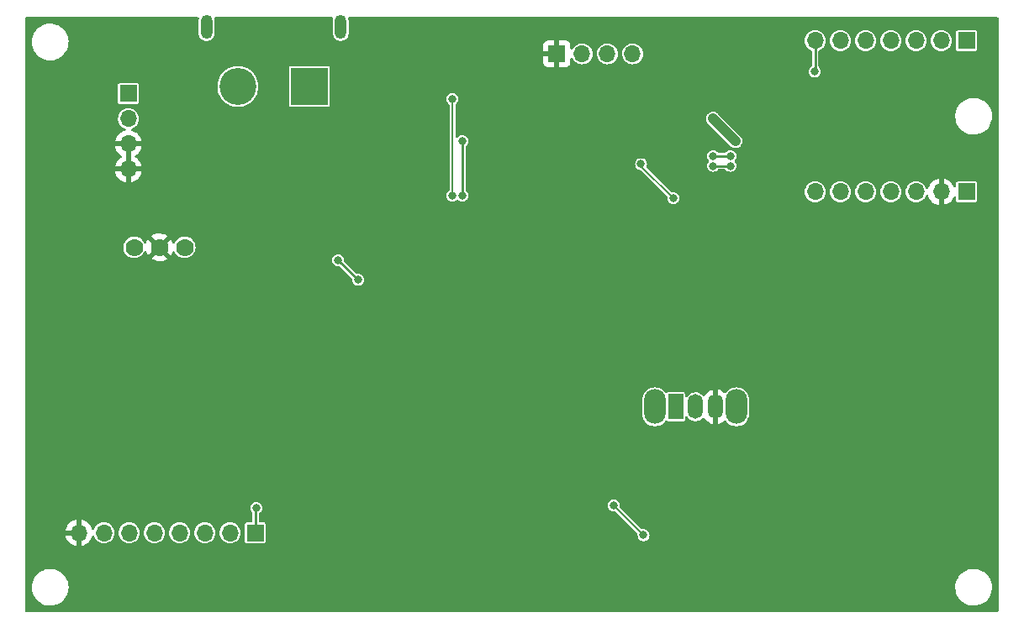
<source format=gbr>
%TF.GenerationSoftware,KiCad,Pcbnew,(6.0.4)*%
%TF.CreationDate,2022-12-15T09:54:16-05:00*%
%TF.ProjectId,HPcontroller,4850636f-6e74-4726-9f6c-6c65722e6b69,rev?*%
%TF.SameCoordinates,Original*%
%TF.FileFunction,Copper,L2,Bot*%
%TF.FilePolarity,Positive*%
%FSLAX46Y46*%
G04 Gerber Fmt 4.6, Leading zero omitted, Abs format (unit mm)*
G04 Created by KiCad (PCBNEW (6.0.4)) date 2022-12-15 09:54:16*
%MOMM*%
%LPD*%
G01*
G04 APERTURE LIST*
%TA.AperFunction,ComponentPad*%
%ADD10O,2.200000X3.500000*%
%TD*%
%TA.AperFunction,ComponentPad*%
%ADD11R,1.500000X2.500000*%
%TD*%
%TA.AperFunction,ComponentPad*%
%ADD12O,1.500000X2.500000*%
%TD*%
%TA.AperFunction,ComponentPad*%
%ADD13R,1.700000X1.700000*%
%TD*%
%TA.AperFunction,ComponentPad*%
%ADD14O,1.700000X1.700000*%
%TD*%
%TA.AperFunction,ComponentPad*%
%ADD15C,1.778000*%
%TD*%
%TA.AperFunction,ComponentPad*%
%ADD16R,3.716000X3.716000*%
%TD*%
%TA.AperFunction,ComponentPad*%
%ADD17C,3.716000*%
%TD*%
%TA.AperFunction,ComponentPad*%
%ADD18O,1.200000X2.400000*%
%TD*%
%TA.AperFunction,ViaPad*%
%ADD19C,0.800000*%
%TD*%
%TA.AperFunction,Conductor*%
%ADD20C,0.250000*%
%TD*%
%TA.AperFunction,Conductor*%
%ADD21C,1.000000*%
%TD*%
%TA.AperFunction,Conductor*%
%ADD22C,0.200000*%
%TD*%
G04 APERTURE END LIST*
D10*
%TO.P,SWMODE1,*%
%TO.N,*%
X145600000Y-89797500D03*
X137400000Y-89797500D03*
D11*
%TO.P,SWMODE1,1,A*%
%TO.N,+3V3*%
X139500000Y-89797500D03*
D12*
%TO.P,SWMODE1,2,B*%
%TO.N,/MODE*%
X141500000Y-89797500D03*
%TO.P,SWMODE1,3,C*%
%TO.N,GND*%
X143500000Y-89797500D03*
%TD*%
D13*
%TO.P,J1,1,Pin_1*%
%TO.N,VCC*%
X84375000Y-58200000D03*
D14*
X84375000Y-60740000D03*
%TO.P,J1,2,Pin_2*%
%TO.N,GND*%
X84375000Y-63280000D03*
X84375000Y-65820000D03*
%TD*%
D13*
%TO.P,U5,1,GND*%
%TO.N,GND*%
X127525000Y-54200000D03*
D14*
%TO.P,U5,2,VCC*%
%TO.N,+3V3*%
X130065000Y-54200000D03*
%TO.P,U5,3,SCL*%
%TO.N,/SCL*%
X132605000Y-54200000D03*
%TO.P,U5,4,SDA*%
%TO.N,/SDA*%
X135145000Y-54200000D03*
%TD*%
D13*
%TO.P,U1,1,A0*%
%TO.N,/FET_DRIVE*%
X168778000Y-52880000D03*
D14*
%TO.P,U1,2,A1*%
%TO.N,Net-(R1-Pad1)*%
X166238000Y-52880000D03*
%TO.P,U1,3,A2*%
%TO.N,unconnected-(U1-Pad3)*%
X163698000Y-52880000D03*
%TO.P,U1,4,A3*%
%TO.N,/OW_DATA*%
X161158000Y-52880000D03*
%TO.P,U1,5,SDA*%
%TO.N,/SDA*%
X158618000Y-52880000D03*
%TO.P,U1,6,SCL*%
%TO.N,/SCL*%
X156078000Y-52880000D03*
%TO.P,U1,7,TX*%
%TO.N,/RUN*%
X153538000Y-52880000D03*
%TO.P,U1,8,RX*%
%TO.N,/DEC*%
X153538000Y-68120000D03*
%TO.P,U1,9,SCK*%
%TO.N,/INC*%
X156078000Y-68120000D03*
%TO.P,U1,10,MISO*%
%TO.N,/MODE*%
X158618000Y-68120000D03*
%TO.P,U1,11,MOSI*%
%TO.N,Net-(D_RUN1-Pad2)*%
X161158000Y-68120000D03*
%TO.P,U1,12,3v3*%
%TO.N,+3V3*%
X163698000Y-68120000D03*
%TO.P,U1,13,GND*%
%TO.N,GND*%
X166238000Y-68120000D03*
D13*
%TO.P,U1,14,5V*%
%TO.N,unconnected-(U1-Pad14)*%
X168778000Y-68120000D03*
%TD*%
%TO.P,U6,1,DATA*%
%TO.N,/OW_DATA*%
X97160000Y-102500000D03*
D14*
%TO.P,U6,2,A3*%
%TO.N,unconnected-(U6-Pad2)*%
X94620000Y-102500000D03*
%TO.P,U6,3,A2*%
%TO.N,unconnected-(U6-Pad3)*%
X92080000Y-102500000D03*
%TO.P,U6,4,A2*%
%TO.N,unconnected-(U6-Pad4)*%
X89540000Y-102500000D03*
%TO.P,U6,5,A0*%
%TO.N,unconnected-(U6-Pad5)*%
X87000000Y-102500000D03*
%TO.P,U6,6,3v3*%
%TO.N,+3V3*%
X84460000Y-102500000D03*
%TO.P,U6,7,VIN*%
%TO.N,unconnected-(U6-Pad7)*%
X81920000Y-102500000D03*
%TO.P,U6,8,GND*%
%TO.N,GND*%
X79380000Y-102500000D03*
%TD*%
D15*
%TO.P,U4,1,+Vin*%
%TO.N,VCC*%
X84960000Y-73714000D03*
%TO.P,U4,2,GND*%
%TO.N,GND*%
X87500000Y-73714000D03*
%TO.P,U4,3,+Vout_3v3*%
%TO.N,+3V3*%
X90040000Y-73714000D03*
%TD*%
D16*
%TO.P,R11,1*%
%TO.N,Net-(D1-Pad2)*%
X102600000Y-57500000D03*
D17*
%TO.P,R11,2*%
%TO.N,VCC*%
X95400000Y-57500000D03*
D18*
%TO.P,R11,S1*%
%TO.N,N/C*%
X105750000Y-51500000D03*
%TO.P,R11,S2*%
X92250000Y-51500000D03*
%TD*%
D19*
%TO.N,VCC*%
X105500000Y-75000000D03*
X107500000Y-77000000D03*
%TO.N,GND*%
X116000000Y-84000000D03*
X123250000Y-65000000D03*
X156500000Y-80750000D03*
X107000000Y-67250000D03*
X167500000Y-102750000D03*
X156500000Y-91750000D03*
X124250000Y-61450500D03*
X136250000Y-98250000D03*
X116000000Y-92000000D03*
X156500000Y-102750000D03*
X87500000Y-78731250D03*
X126250000Y-58000000D03*
X167500000Y-80750000D03*
X92231250Y-66500000D03*
X108000000Y-84000000D03*
X108500000Y-68250000D03*
X107000000Y-70000000D03*
X147000000Y-98250000D03*
X107000000Y-71000000D03*
X109365000Y-56635000D03*
X93500000Y-77500000D03*
X104537500Y-63537500D03*
X129500000Y-75500000D03*
X108500000Y-67250000D03*
X108500000Y-70000000D03*
X167500000Y-91750000D03*
X108472536Y-70972536D03*
X115750000Y-56000000D03*
X108000000Y-92000000D03*
X107000000Y-68250000D03*
%TO.N,+3V3*%
X143250000Y-60750002D03*
X145500000Y-63000000D03*
%TO.N,/ThermalProtector/THM_PROT_OUT*%
X118000000Y-68500000D03*
X118000001Y-63000001D03*
%TO.N,Net-(D_RUN1-Pad2)*%
X143250000Y-64500000D03*
X145000000Y-64500000D03*
%TO.N,/FET_DRIVE*%
X117000000Y-68500000D03*
X117000000Y-58750000D03*
%TO.N,/OW_DATA*%
X97250000Y-100000000D03*
%TO.N,/MODE*%
X143250000Y-65500000D03*
X145000000Y-65500000D03*
%TO.N,/RUN*%
X153500000Y-56000000D03*
%TO.N,/ThermalProtector/THM_PROT_RES*%
X136000000Y-65325020D03*
X136250000Y-102750000D03*
X133250000Y-99750000D03*
X139250000Y-68750000D03*
%TD*%
D20*
%TO.N,VCC*%
X105500000Y-75000000D02*
X107500000Y-77000000D01*
D21*
%TO.N,+3V3*%
X143250002Y-60750002D02*
X145500000Y-63000000D01*
X143250000Y-60750002D02*
X143250002Y-60750002D01*
D20*
%TO.N,/ThermalProtector/THM_PROT_OUT*%
X118000000Y-68500000D02*
X118000001Y-63000001D01*
%TO.N,Net-(D_RUN1-Pad2)*%
X143250000Y-64500000D02*
X145000000Y-64500000D01*
D22*
%TO.N,/FET_DRIVE*%
X117000000Y-68500000D02*
X117000000Y-58750000D01*
D20*
%TO.N,/OW_DATA*%
X97160000Y-102500000D02*
X97160000Y-100090000D01*
X97160000Y-100090000D02*
X97250000Y-100000000D01*
%TO.N,/MODE*%
X143250000Y-65500000D02*
X145000000Y-65500000D01*
%TO.N,/RUN*%
X153538000Y-52880000D02*
X153538000Y-55962000D01*
X153538000Y-55962000D02*
X153500000Y-56000000D01*
D22*
%TO.N,/ThermalProtector/THM_PROT_RES*%
X139250000Y-68750000D02*
X136000000Y-65500000D01*
X136000000Y-65500000D02*
X136000000Y-65325020D01*
X136250000Y-102750000D02*
X133250000Y-99750000D01*
%TD*%
%TA.AperFunction,Conductor*%
%TO.N,GND*%
G36*
X91431841Y-50520002D02*
G01*
X91478334Y-50573658D01*
X91488438Y-50643932D01*
X91482123Y-50669089D01*
X91467022Y-50710578D01*
X91449500Y-50849283D01*
X91449500Y-52145155D01*
X91464454Y-52278472D01*
X91523515Y-52448073D01*
X91527248Y-52454047D01*
X91527249Y-52454049D01*
X91545745Y-52483649D01*
X91618684Y-52600375D01*
X91632287Y-52614073D01*
X91740267Y-52722810D01*
X91740271Y-52722813D01*
X91745230Y-52727807D01*
X91751176Y-52731581D01*
X91751178Y-52731582D01*
X91803140Y-52764558D01*
X91896864Y-52824037D01*
X91916890Y-52831168D01*
X92059414Y-52881919D01*
X92059419Y-52881920D01*
X92066049Y-52884281D01*
X92073035Y-52885114D01*
X92073039Y-52885115D01*
X92200823Y-52900352D01*
X92244376Y-52905545D01*
X92251379Y-52904809D01*
X92251380Y-52904809D01*
X92415975Y-52887510D01*
X92415979Y-52887509D01*
X92422983Y-52886773D01*
X92442879Y-52880000D01*
X92586323Y-52831168D01*
X92586326Y-52831167D01*
X92592993Y-52828897D01*
X92607036Y-52820258D01*
X92739955Y-52738485D01*
X92745955Y-52734794D01*
X92750986Y-52729868D01*
X92750989Y-52729865D01*
X92813117Y-52669024D01*
X92874268Y-52609141D01*
X92879918Y-52600375D01*
X92967735Y-52464109D01*
X92971554Y-52458183D01*
X92983456Y-52425485D01*
X93030570Y-52296039D01*
X93030571Y-52296036D01*
X93032978Y-52289422D01*
X93050500Y-52150717D01*
X93050500Y-50854845D01*
X93035546Y-50721528D01*
X93016709Y-50667435D01*
X93013197Y-50596527D01*
X93048578Y-50534975D01*
X93111621Y-50502322D01*
X93135701Y-50500000D01*
X104863720Y-50500000D01*
X104931841Y-50520002D01*
X104978334Y-50573658D01*
X104988438Y-50643932D01*
X104982123Y-50669089D01*
X104967022Y-50710578D01*
X104949500Y-50849283D01*
X104949500Y-52145155D01*
X104964454Y-52278472D01*
X105023515Y-52448073D01*
X105027248Y-52454047D01*
X105027249Y-52454049D01*
X105045745Y-52483649D01*
X105118684Y-52600375D01*
X105132287Y-52614073D01*
X105240267Y-52722810D01*
X105240271Y-52722813D01*
X105245230Y-52727807D01*
X105251176Y-52731581D01*
X105251178Y-52731582D01*
X105303140Y-52764558D01*
X105396864Y-52824037D01*
X105416890Y-52831168D01*
X105559414Y-52881919D01*
X105559419Y-52881920D01*
X105566049Y-52884281D01*
X105573035Y-52885114D01*
X105573039Y-52885115D01*
X105700823Y-52900352D01*
X105744376Y-52905545D01*
X105751379Y-52904809D01*
X105751380Y-52904809D01*
X105915975Y-52887510D01*
X105915979Y-52887509D01*
X105922983Y-52886773D01*
X105942879Y-52880000D01*
X106086323Y-52831168D01*
X106086326Y-52831167D01*
X106092993Y-52828897D01*
X106107036Y-52820258D01*
X106239955Y-52738485D01*
X106245955Y-52734794D01*
X106250986Y-52729868D01*
X106250989Y-52729865D01*
X106313117Y-52669024D01*
X106374268Y-52609141D01*
X106379918Y-52600375D01*
X106467735Y-52464109D01*
X106471554Y-52458183D01*
X106483456Y-52425485D01*
X106530570Y-52296039D01*
X106530571Y-52296036D01*
X106532978Y-52289422D01*
X106550500Y-52150717D01*
X106550500Y-50854845D01*
X106535546Y-50721528D01*
X106516709Y-50667435D01*
X106513197Y-50596527D01*
X106548578Y-50534975D01*
X106611621Y-50502322D01*
X106635701Y-50500000D01*
X171874000Y-50500000D01*
X171942121Y-50520002D01*
X171988614Y-50573658D01*
X172000000Y-50626000D01*
X172000000Y-110374000D01*
X171979998Y-110442121D01*
X171926342Y-110488614D01*
X171874000Y-110500000D01*
X74126000Y-110500000D01*
X74057879Y-110479998D01*
X74011386Y-110426342D01*
X74000000Y-110374000D01*
X74000000Y-108042095D01*
X74645028Y-108042095D01*
X74670534Y-108309431D01*
X74734364Y-108570285D01*
X74835182Y-108819192D01*
X74970875Y-109050938D01*
X74973728Y-109054505D01*
X75085225Y-109193925D01*
X75138601Y-109260669D01*
X75334846Y-109443991D01*
X75427039Y-109507948D01*
X75551746Y-109594461D01*
X75551751Y-109594464D01*
X75555499Y-109597064D01*
X75559584Y-109599096D01*
X75559587Y-109599098D01*
X75675718Y-109656872D01*
X75795938Y-109716680D01*
X75800272Y-109718101D01*
X75800275Y-109718102D01*
X76046793Y-109798915D01*
X76046798Y-109798916D01*
X76051126Y-109800335D01*
X76055617Y-109801115D01*
X76055618Y-109801115D01*
X76311936Y-109845620D01*
X76311944Y-109845621D01*
X76315717Y-109846276D01*
X76319554Y-109846467D01*
X76398996Y-109850422D01*
X76399004Y-109850422D01*
X76400567Y-109850500D01*
X76568223Y-109850500D01*
X76570491Y-109850335D01*
X76570503Y-109850335D01*
X76700823Y-109840879D01*
X76767846Y-109836016D01*
X76772301Y-109835032D01*
X76772304Y-109835032D01*
X77025620Y-109779105D01*
X77025624Y-109779104D01*
X77030080Y-109778120D01*
X77197617Y-109714646D01*
X77276941Y-109684593D01*
X77276944Y-109684592D01*
X77281211Y-109682975D01*
X77515976Y-109552574D01*
X77658254Y-109443991D01*
X77725833Y-109392417D01*
X77725837Y-109392413D01*
X77729458Y-109389650D01*
X77917185Y-109197614D01*
X78075225Y-108980491D01*
X78162313Y-108814963D01*
X78198140Y-108746868D01*
X78198143Y-108746862D01*
X78200265Y-108742828D01*
X78259703Y-108574515D01*
X78288165Y-108493916D01*
X78288165Y-108493915D01*
X78289688Y-108489603D01*
X78341620Y-108226122D01*
X78341847Y-108221566D01*
X78350781Y-108042095D01*
X167645028Y-108042095D01*
X167670534Y-108309431D01*
X167734364Y-108570285D01*
X167835182Y-108819192D01*
X167970875Y-109050938D01*
X167973728Y-109054505D01*
X168085225Y-109193925D01*
X168138601Y-109260669D01*
X168334846Y-109443991D01*
X168427039Y-109507948D01*
X168551746Y-109594461D01*
X168551751Y-109594464D01*
X168555499Y-109597064D01*
X168559584Y-109599096D01*
X168559587Y-109599098D01*
X168675718Y-109656872D01*
X168795938Y-109716680D01*
X168800272Y-109718101D01*
X168800275Y-109718102D01*
X169046793Y-109798915D01*
X169046798Y-109798916D01*
X169051126Y-109800335D01*
X169055617Y-109801115D01*
X169055618Y-109801115D01*
X169311936Y-109845620D01*
X169311944Y-109845621D01*
X169315717Y-109846276D01*
X169319554Y-109846467D01*
X169398996Y-109850422D01*
X169399004Y-109850422D01*
X169400567Y-109850500D01*
X169568223Y-109850500D01*
X169570491Y-109850335D01*
X169570503Y-109850335D01*
X169700823Y-109840879D01*
X169767846Y-109836016D01*
X169772301Y-109835032D01*
X169772304Y-109835032D01*
X170025620Y-109779105D01*
X170025624Y-109779104D01*
X170030080Y-109778120D01*
X170197617Y-109714646D01*
X170276941Y-109684593D01*
X170276944Y-109684592D01*
X170281211Y-109682975D01*
X170515976Y-109552574D01*
X170658254Y-109443991D01*
X170725833Y-109392417D01*
X170725837Y-109392413D01*
X170729458Y-109389650D01*
X170917185Y-109197614D01*
X171075225Y-108980491D01*
X171162313Y-108814963D01*
X171198140Y-108746868D01*
X171198143Y-108746862D01*
X171200265Y-108742828D01*
X171259703Y-108574515D01*
X171288165Y-108493916D01*
X171288165Y-108493915D01*
X171289688Y-108489603D01*
X171341620Y-108226122D01*
X171341847Y-108221566D01*
X171354745Y-107962474D01*
X171354745Y-107962468D01*
X171354972Y-107957905D01*
X171329466Y-107690569D01*
X171265636Y-107429715D01*
X171164818Y-107180808D01*
X171029125Y-106949062D01*
X170918211Y-106810371D01*
X170864251Y-106742897D01*
X170864250Y-106742895D01*
X170861399Y-106739331D01*
X170665154Y-106556009D01*
X170505436Y-106445208D01*
X170448254Y-106405539D01*
X170448249Y-106405536D01*
X170444501Y-106402936D01*
X170440416Y-106400904D01*
X170440413Y-106400902D01*
X170268560Y-106315407D01*
X170204062Y-106283320D01*
X170199728Y-106281899D01*
X170199725Y-106281898D01*
X169953207Y-106201085D01*
X169953202Y-106201084D01*
X169948874Y-106199665D01*
X169944382Y-106198885D01*
X169688064Y-106154380D01*
X169688056Y-106154379D01*
X169684283Y-106153724D01*
X169675622Y-106153293D01*
X169601004Y-106149578D01*
X169600996Y-106149578D01*
X169599433Y-106149500D01*
X169431777Y-106149500D01*
X169429509Y-106149665D01*
X169429497Y-106149665D01*
X169299177Y-106159121D01*
X169232154Y-106163984D01*
X169227699Y-106164968D01*
X169227696Y-106164968D01*
X168974380Y-106220895D01*
X168974376Y-106220896D01*
X168969920Y-106221880D01*
X168844354Y-106269453D01*
X168723059Y-106315407D01*
X168723056Y-106315408D01*
X168718789Y-106317025D01*
X168484024Y-106447426D01*
X168480392Y-106450198D01*
X168274167Y-106607583D01*
X168274163Y-106607587D01*
X168270542Y-106610350D01*
X168082815Y-106802386D01*
X167924775Y-107019509D01*
X167922651Y-107023547D01*
X167801860Y-107253132D01*
X167801857Y-107253138D01*
X167799735Y-107257172D01*
X167798215Y-107261477D01*
X167798213Y-107261481D01*
X167738804Y-107429715D01*
X167710312Y-107510397D01*
X167658380Y-107773878D01*
X167658153Y-107778431D01*
X167658153Y-107778434D01*
X167648992Y-107962474D01*
X167645028Y-108042095D01*
X78350781Y-108042095D01*
X78354745Y-107962474D01*
X78354745Y-107962468D01*
X78354972Y-107957905D01*
X78329466Y-107690569D01*
X78265636Y-107429715D01*
X78164818Y-107180808D01*
X78029125Y-106949062D01*
X77918211Y-106810371D01*
X77864251Y-106742897D01*
X77864250Y-106742895D01*
X77861399Y-106739331D01*
X77665154Y-106556009D01*
X77505436Y-106445208D01*
X77448254Y-106405539D01*
X77448249Y-106405536D01*
X77444501Y-106402936D01*
X77440416Y-106400904D01*
X77440413Y-106400902D01*
X77268560Y-106315407D01*
X77204062Y-106283320D01*
X77199728Y-106281899D01*
X77199725Y-106281898D01*
X76953207Y-106201085D01*
X76953202Y-106201084D01*
X76948874Y-106199665D01*
X76944382Y-106198885D01*
X76688064Y-106154380D01*
X76688056Y-106154379D01*
X76684283Y-106153724D01*
X76675622Y-106153293D01*
X76601004Y-106149578D01*
X76600996Y-106149578D01*
X76599433Y-106149500D01*
X76431777Y-106149500D01*
X76429509Y-106149665D01*
X76429497Y-106149665D01*
X76299177Y-106159121D01*
X76232154Y-106163984D01*
X76227699Y-106164968D01*
X76227696Y-106164968D01*
X75974380Y-106220895D01*
X75974376Y-106220896D01*
X75969920Y-106221880D01*
X75844354Y-106269453D01*
X75723059Y-106315407D01*
X75723056Y-106315408D01*
X75718789Y-106317025D01*
X75484024Y-106447426D01*
X75480392Y-106450198D01*
X75274167Y-106607583D01*
X75274163Y-106607587D01*
X75270542Y-106610350D01*
X75082815Y-106802386D01*
X74924775Y-107019509D01*
X74922651Y-107023547D01*
X74801860Y-107253132D01*
X74801857Y-107253138D01*
X74799735Y-107257172D01*
X74798215Y-107261477D01*
X74798213Y-107261481D01*
X74738804Y-107429715D01*
X74710312Y-107510397D01*
X74658380Y-107773878D01*
X74658153Y-107778431D01*
X74658153Y-107778434D01*
X74648992Y-107962474D01*
X74645028Y-108042095D01*
X74000000Y-108042095D01*
X74000000Y-102767966D01*
X78048257Y-102767966D01*
X78078565Y-102902446D01*
X78081645Y-102912275D01*
X78161770Y-103109603D01*
X78166413Y-103118794D01*
X78277694Y-103300388D01*
X78283777Y-103308699D01*
X78423213Y-103469667D01*
X78430580Y-103476883D01*
X78594434Y-103612916D01*
X78602881Y-103618831D01*
X78786756Y-103726279D01*
X78796042Y-103730729D01*
X78995001Y-103806703D01*
X79004899Y-103809579D01*
X79108250Y-103830606D01*
X79122299Y-103829410D01*
X79126000Y-103819065D01*
X79126000Y-103818517D01*
X79634000Y-103818517D01*
X79638064Y-103832359D01*
X79651478Y-103834393D01*
X79658184Y-103833534D01*
X79668262Y-103831392D01*
X79872255Y-103770191D01*
X79881842Y-103766433D01*
X80073095Y-103672739D01*
X80081945Y-103667464D01*
X80255328Y-103543792D01*
X80263200Y-103537139D01*
X80414052Y-103386812D01*
X80420730Y-103378965D01*
X80545003Y-103206020D01*
X80550313Y-103197183D01*
X80644670Y-103006267D01*
X80648469Y-102996672D01*
X80689593Y-102861319D01*
X80728534Y-102801955D01*
X80793388Y-102773068D01*
X80863564Y-102783830D01*
X80916782Y-102830823D01*
X80931270Y-102863217D01*
X80938544Y-102888586D01*
X80941359Y-102894063D01*
X80941360Y-102894066D01*
X81019038Y-103045211D01*
X81032712Y-103071818D01*
X81160677Y-103233270D01*
X81165370Y-103237264D01*
X81165371Y-103237265D01*
X81239541Y-103300388D01*
X81317564Y-103366791D01*
X81322942Y-103369797D01*
X81322944Y-103369798D01*
X81353387Y-103386812D01*
X81497398Y-103467297D01*
X81581280Y-103494552D01*
X81687471Y-103529056D01*
X81687475Y-103529057D01*
X81693329Y-103530959D01*
X81897894Y-103555351D01*
X81904029Y-103554879D01*
X81904031Y-103554879D01*
X81976625Y-103549293D01*
X82103300Y-103539546D01*
X82109230Y-103537890D01*
X82109232Y-103537890D01*
X82295797Y-103485800D01*
X82295796Y-103485800D01*
X82301725Y-103484145D01*
X82307214Y-103481372D01*
X82307220Y-103481370D01*
X82480116Y-103394033D01*
X82485610Y-103391258D01*
X82501345Y-103378965D01*
X82601919Y-103300388D01*
X82647951Y-103264424D01*
X82705992Y-103197183D01*
X82778540Y-103113134D01*
X82778540Y-103113133D01*
X82782564Y-103108472D01*
X82803387Y-103071818D01*
X82821056Y-103040714D01*
X82884323Y-102929344D01*
X82949351Y-102733863D01*
X82975171Y-102529474D01*
X82975583Y-102500000D01*
X82974138Y-102485262D01*
X83404520Y-102485262D01*
X83405036Y-102491406D01*
X83418515Y-102651916D01*
X83421759Y-102690553D01*
X83423458Y-102696478D01*
X83445147Y-102772115D01*
X83478544Y-102888586D01*
X83481359Y-102894063D01*
X83481360Y-102894066D01*
X83559038Y-103045211D01*
X83572712Y-103071818D01*
X83700677Y-103233270D01*
X83705370Y-103237264D01*
X83705371Y-103237265D01*
X83779541Y-103300388D01*
X83857564Y-103366791D01*
X83862942Y-103369797D01*
X83862944Y-103369798D01*
X83893387Y-103386812D01*
X84037398Y-103467297D01*
X84121280Y-103494552D01*
X84227471Y-103529056D01*
X84227475Y-103529057D01*
X84233329Y-103530959D01*
X84437894Y-103555351D01*
X84444029Y-103554879D01*
X84444031Y-103554879D01*
X84516625Y-103549293D01*
X84643300Y-103539546D01*
X84649230Y-103537890D01*
X84649232Y-103537890D01*
X84835797Y-103485800D01*
X84835796Y-103485800D01*
X84841725Y-103484145D01*
X84847214Y-103481372D01*
X84847220Y-103481370D01*
X85020116Y-103394033D01*
X85025610Y-103391258D01*
X85041345Y-103378965D01*
X85141919Y-103300388D01*
X85187951Y-103264424D01*
X85245992Y-103197183D01*
X85318540Y-103113134D01*
X85318540Y-103113133D01*
X85322564Y-103108472D01*
X85343387Y-103071818D01*
X85361056Y-103040714D01*
X85424323Y-102929344D01*
X85489351Y-102733863D01*
X85515171Y-102529474D01*
X85515583Y-102500000D01*
X85514138Y-102485262D01*
X85944520Y-102485262D01*
X85945036Y-102491406D01*
X85958515Y-102651916D01*
X85961759Y-102690553D01*
X85963458Y-102696478D01*
X85985147Y-102772115D01*
X86018544Y-102888586D01*
X86021359Y-102894063D01*
X86021360Y-102894066D01*
X86099038Y-103045211D01*
X86112712Y-103071818D01*
X86240677Y-103233270D01*
X86245370Y-103237264D01*
X86245371Y-103237265D01*
X86319541Y-103300388D01*
X86397564Y-103366791D01*
X86402942Y-103369797D01*
X86402944Y-103369798D01*
X86433387Y-103386812D01*
X86577398Y-103467297D01*
X86661280Y-103494552D01*
X86767471Y-103529056D01*
X86767475Y-103529057D01*
X86773329Y-103530959D01*
X86977894Y-103555351D01*
X86984029Y-103554879D01*
X86984031Y-103554879D01*
X87056625Y-103549293D01*
X87183300Y-103539546D01*
X87189230Y-103537890D01*
X87189232Y-103537890D01*
X87375797Y-103485800D01*
X87375796Y-103485800D01*
X87381725Y-103484145D01*
X87387214Y-103481372D01*
X87387220Y-103481370D01*
X87560116Y-103394033D01*
X87565610Y-103391258D01*
X87581345Y-103378965D01*
X87681919Y-103300388D01*
X87727951Y-103264424D01*
X87785992Y-103197183D01*
X87858540Y-103113134D01*
X87858540Y-103113133D01*
X87862564Y-103108472D01*
X87883387Y-103071818D01*
X87901056Y-103040714D01*
X87964323Y-102929344D01*
X88029351Y-102733863D01*
X88055171Y-102529474D01*
X88055583Y-102500000D01*
X88054138Y-102485262D01*
X88484520Y-102485262D01*
X88485036Y-102491406D01*
X88498515Y-102651916D01*
X88501759Y-102690553D01*
X88503458Y-102696478D01*
X88525147Y-102772115D01*
X88558544Y-102888586D01*
X88561359Y-102894063D01*
X88561360Y-102894066D01*
X88639038Y-103045211D01*
X88652712Y-103071818D01*
X88780677Y-103233270D01*
X88785370Y-103237264D01*
X88785371Y-103237265D01*
X88859541Y-103300388D01*
X88937564Y-103366791D01*
X88942942Y-103369797D01*
X88942944Y-103369798D01*
X88973387Y-103386812D01*
X89117398Y-103467297D01*
X89201280Y-103494552D01*
X89307471Y-103529056D01*
X89307475Y-103529057D01*
X89313329Y-103530959D01*
X89517894Y-103555351D01*
X89524029Y-103554879D01*
X89524031Y-103554879D01*
X89596625Y-103549293D01*
X89723300Y-103539546D01*
X89729230Y-103537890D01*
X89729232Y-103537890D01*
X89915797Y-103485800D01*
X89915796Y-103485800D01*
X89921725Y-103484145D01*
X89927214Y-103481372D01*
X89927220Y-103481370D01*
X90100116Y-103394033D01*
X90105610Y-103391258D01*
X90121345Y-103378965D01*
X90221919Y-103300388D01*
X90267951Y-103264424D01*
X90325992Y-103197183D01*
X90398540Y-103113134D01*
X90398540Y-103113133D01*
X90402564Y-103108472D01*
X90423387Y-103071818D01*
X90441056Y-103040714D01*
X90504323Y-102929344D01*
X90569351Y-102733863D01*
X90595171Y-102529474D01*
X90595583Y-102500000D01*
X90594138Y-102485262D01*
X91024520Y-102485262D01*
X91025036Y-102491406D01*
X91038515Y-102651916D01*
X91041759Y-102690553D01*
X91043458Y-102696478D01*
X91065147Y-102772115D01*
X91098544Y-102888586D01*
X91101359Y-102894063D01*
X91101360Y-102894066D01*
X91179038Y-103045211D01*
X91192712Y-103071818D01*
X91320677Y-103233270D01*
X91325370Y-103237264D01*
X91325371Y-103237265D01*
X91399541Y-103300388D01*
X91477564Y-103366791D01*
X91482942Y-103369797D01*
X91482944Y-103369798D01*
X91513387Y-103386812D01*
X91657398Y-103467297D01*
X91741280Y-103494552D01*
X91847471Y-103529056D01*
X91847475Y-103529057D01*
X91853329Y-103530959D01*
X92057894Y-103555351D01*
X92064029Y-103554879D01*
X92064031Y-103554879D01*
X92136625Y-103549293D01*
X92263300Y-103539546D01*
X92269230Y-103537890D01*
X92269232Y-103537890D01*
X92455797Y-103485800D01*
X92455796Y-103485800D01*
X92461725Y-103484145D01*
X92467214Y-103481372D01*
X92467220Y-103481370D01*
X92640116Y-103394033D01*
X92645610Y-103391258D01*
X92661345Y-103378965D01*
X92761919Y-103300388D01*
X92807951Y-103264424D01*
X92865992Y-103197183D01*
X92938540Y-103113134D01*
X92938540Y-103113133D01*
X92942564Y-103108472D01*
X92963387Y-103071818D01*
X92981056Y-103040714D01*
X93044323Y-102929344D01*
X93109351Y-102733863D01*
X93135171Y-102529474D01*
X93135583Y-102500000D01*
X93134138Y-102485262D01*
X93564520Y-102485262D01*
X93565036Y-102491406D01*
X93578515Y-102651916D01*
X93581759Y-102690553D01*
X93583458Y-102696478D01*
X93605147Y-102772115D01*
X93638544Y-102888586D01*
X93641359Y-102894063D01*
X93641360Y-102894066D01*
X93719038Y-103045211D01*
X93732712Y-103071818D01*
X93860677Y-103233270D01*
X93865370Y-103237264D01*
X93865371Y-103237265D01*
X93939541Y-103300388D01*
X94017564Y-103366791D01*
X94022942Y-103369797D01*
X94022944Y-103369798D01*
X94053387Y-103386812D01*
X94197398Y-103467297D01*
X94281280Y-103494552D01*
X94387471Y-103529056D01*
X94387475Y-103529057D01*
X94393329Y-103530959D01*
X94597894Y-103555351D01*
X94604029Y-103554879D01*
X94604031Y-103554879D01*
X94676625Y-103549293D01*
X94803300Y-103539546D01*
X94809230Y-103537890D01*
X94809232Y-103537890D01*
X94995797Y-103485800D01*
X94995796Y-103485800D01*
X95001725Y-103484145D01*
X95007214Y-103481372D01*
X95007220Y-103481370D01*
X95180116Y-103394033D01*
X95185610Y-103391258D01*
X95201345Y-103378965D01*
X95213142Y-103369748D01*
X96109500Y-103369748D01*
X96110707Y-103375816D01*
X96114331Y-103394033D01*
X96121133Y-103428231D01*
X96165448Y-103494552D01*
X96231769Y-103538867D01*
X96243938Y-103541288D01*
X96243939Y-103541288D01*
X96284184Y-103549293D01*
X96290252Y-103550500D01*
X98029748Y-103550500D01*
X98035816Y-103549293D01*
X98076061Y-103541288D01*
X98076062Y-103541288D01*
X98088231Y-103538867D01*
X98154552Y-103494552D01*
X98198867Y-103428231D01*
X98205670Y-103394033D01*
X98209293Y-103375816D01*
X98210500Y-103369748D01*
X98210500Y-101630252D01*
X98198867Y-101571769D01*
X98154552Y-101505448D01*
X98088231Y-101461133D01*
X98076062Y-101458712D01*
X98076061Y-101458712D01*
X98035816Y-101450707D01*
X98029748Y-101449500D01*
X97611500Y-101449500D01*
X97543379Y-101429498D01*
X97496886Y-101375842D01*
X97485500Y-101323500D01*
X97485500Y-100634917D01*
X97505502Y-100566796D01*
X97547506Y-100526746D01*
X97552841Y-100524536D01*
X97678282Y-100428282D01*
X97774536Y-100302841D01*
X97835044Y-100156762D01*
X97855682Y-100000000D01*
X97835044Y-99843238D01*
X97796423Y-99750000D01*
X132644318Y-99750000D01*
X132664956Y-99906762D01*
X132725464Y-100052841D01*
X132821718Y-100178282D01*
X132947159Y-100274536D01*
X133093238Y-100335044D01*
X133101426Y-100336122D01*
X133171619Y-100345363D01*
X133250000Y-100355682D01*
X133348084Y-100342769D01*
X133418232Y-100353708D01*
X133453625Y-100378596D01*
X135621404Y-102546375D01*
X135655430Y-102608687D01*
X135657231Y-102651916D01*
X135644318Y-102750000D01*
X135664956Y-102906762D01*
X135725464Y-103052841D01*
X135821718Y-103178282D01*
X135947159Y-103274536D01*
X136093238Y-103335044D01*
X136250000Y-103355682D01*
X136258188Y-103354604D01*
X136398574Y-103336122D01*
X136406762Y-103335044D01*
X136552841Y-103274536D01*
X136678282Y-103178282D01*
X136774536Y-103052841D01*
X136835044Y-102906762D01*
X136855682Y-102750000D01*
X136835044Y-102593238D01*
X136774536Y-102447159D01*
X136678282Y-102321718D01*
X136552841Y-102225464D01*
X136406762Y-102164956D01*
X136348085Y-102157231D01*
X136258188Y-102145396D01*
X136250000Y-102144318D01*
X136151916Y-102157231D01*
X136081768Y-102146292D01*
X136046375Y-102121404D01*
X133878596Y-99953625D01*
X133844570Y-99891313D01*
X133842769Y-99848084D01*
X133854604Y-99758188D01*
X133855682Y-99750000D01*
X133835044Y-99593238D01*
X133774536Y-99447159D01*
X133678282Y-99321718D01*
X133552841Y-99225464D01*
X133406762Y-99164956D01*
X133250000Y-99144318D01*
X133093238Y-99164956D01*
X132947159Y-99225464D01*
X132821718Y-99321718D01*
X132725464Y-99447159D01*
X132664956Y-99593238D01*
X132644318Y-99750000D01*
X97796423Y-99750000D01*
X97774536Y-99697159D01*
X97678282Y-99571718D01*
X97552841Y-99475464D01*
X97406762Y-99414956D01*
X97250000Y-99394318D01*
X97093238Y-99414956D01*
X96947159Y-99475464D01*
X96821718Y-99571718D01*
X96725464Y-99697159D01*
X96664956Y-99843238D01*
X96644318Y-100000000D01*
X96664956Y-100156762D01*
X96725464Y-100302841D01*
X96749430Y-100334074D01*
X96808463Y-100411008D01*
X96834063Y-100477229D01*
X96834500Y-100487712D01*
X96834500Y-101323500D01*
X96814498Y-101391621D01*
X96760842Y-101438114D01*
X96708500Y-101449500D01*
X96290252Y-101449500D01*
X96284184Y-101450707D01*
X96243939Y-101458712D01*
X96243938Y-101458712D01*
X96231769Y-101461133D01*
X96165448Y-101505448D01*
X96121133Y-101571769D01*
X96109500Y-101630252D01*
X96109500Y-103369748D01*
X95213142Y-103369748D01*
X95301919Y-103300388D01*
X95347951Y-103264424D01*
X95405992Y-103197183D01*
X95478540Y-103113134D01*
X95478540Y-103113133D01*
X95482564Y-103108472D01*
X95503387Y-103071818D01*
X95521056Y-103040714D01*
X95584323Y-102929344D01*
X95649351Y-102733863D01*
X95675171Y-102529474D01*
X95675583Y-102500000D01*
X95655480Y-102294970D01*
X95595935Y-102097749D01*
X95499218Y-101915849D01*
X95423206Y-101822649D01*
X95372906Y-101760975D01*
X95372903Y-101760972D01*
X95369011Y-101756200D01*
X95351786Y-101741950D01*
X95215025Y-101628811D01*
X95215021Y-101628809D01*
X95210275Y-101624882D01*
X95029055Y-101526897D01*
X94832254Y-101465977D01*
X94826129Y-101465333D01*
X94826128Y-101465333D01*
X94633498Y-101445087D01*
X94633496Y-101445087D01*
X94627369Y-101444443D01*
X94540529Y-101452346D01*
X94428342Y-101462555D01*
X94428339Y-101462556D01*
X94422203Y-101463114D01*
X94224572Y-101521280D01*
X94042002Y-101616726D01*
X94037201Y-101620586D01*
X94037198Y-101620588D01*
X94004688Y-101646727D01*
X93881447Y-101745815D01*
X93749024Y-101903630D01*
X93746056Y-101909028D01*
X93746053Y-101909033D01*
X93739315Y-101921290D01*
X93649776Y-102084162D01*
X93587484Y-102280532D01*
X93586798Y-102286649D01*
X93586797Y-102286653D01*
X93582864Y-102321718D01*
X93564520Y-102485262D01*
X93134138Y-102485262D01*
X93115480Y-102294970D01*
X93055935Y-102097749D01*
X92959218Y-101915849D01*
X92883206Y-101822649D01*
X92832906Y-101760975D01*
X92832903Y-101760972D01*
X92829011Y-101756200D01*
X92811786Y-101741950D01*
X92675025Y-101628811D01*
X92675021Y-101628809D01*
X92670275Y-101624882D01*
X92489055Y-101526897D01*
X92292254Y-101465977D01*
X92286129Y-101465333D01*
X92286128Y-101465333D01*
X92093498Y-101445087D01*
X92093496Y-101445087D01*
X92087369Y-101444443D01*
X92000529Y-101452346D01*
X91888342Y-101462555D01*
X91888339Y-101462556D01*
X91882203Y-101463114D01*
X91684572Y-101521280D01*
X91502002Y-101616726D01*
X91497201Y-101620586D01*
X91497198Y-101620588D01*
X91464688Y-101646727D01*
X91341447Y-101745815D01*
X91209024Y-101903630D01*
X91206056Y-101909028D01*
X91206053Y-101909033D01*
X91199315Y-101921290D01*
X91109776Y-102084162D01*
X91047484Y-102280532D01*
X91046798Y-102286649D01*
X91046797Y-102286653D01*
X91042864Y-102321718D01*
X91024520Y-102485262D01*
X90594138Y-102485262D01*
X90575480Y-102294970D01*
X90515935Y-102097749D01*
X90419218Y-101915849D01*
X90343206Y-101822649D01*
X90292906Y-101760975D01*
X90292903Y-101760972D01*
X90289011Y-101756200D01*
X90271786Y-101741950D01*
X90135025Y-101628811D01*
X90135021Y-101628809D01*
X90130275Y-101624882D01*
X89949055Y-101526897D01*
X89752254Y-101465977D01*
X89746129Y-101465333D01*
X89746128Y-101465333D01*
X89553498Y-101445087D01*
X89553496Y-101445087D01*
X89547369Y-101444443D01*
X89460529Y-101452346D01*
X89348342Y-101462555D01*
X89348339Y-101462556D01*
X89342203Y-101463114D01*
X89144572Y-101521280D01*
X88962002Y-101616726D01*
X88957201Y-101620586D01*
X88957198Y-101620588D01*
X88924688Y-101646727D01*
X88801447Y-101745815D01*
X88669024Y-101903630D01*
X88666056Y-101909028D01*
X88666053Y-101909033D01*
X88659315Y-101921290D01*
X88569776Y-102084162D01*
X88507484Y-102280532D01*
X88506798Y-102286649D01*
X88506797Y-102286653D01*
X88502864Y-102321718D01*
X88484520Y-102485262D01*
X88054138Y-102485262D01*
X88035480Y-102294970D01*
X87975935Y-102097749D01*
X87879218Y-101915849D01*
X87803206Y-101822649D01*
X87752906Y-101760975D01*
X87752903Y-101760972D01*
X87749011Y-101756200D01*
X87731786Y-101741950D01*
X87595025Y-101628811D01*
X87595021Y-101628809D01*
X87590275Y-101624882D01*
X87409055Y-101526897D01*
X87212254Y-101465977D01*
X87206129Y-101465333D01*
X87206128Y-101465333D01*
X87013498Y-101445087D01*
X87013496Y-101445087D01*
X87007369Y-101444443D01*
X86920529Y-101452346D01*
X86808342Y-101462555D01*
X86808339Y-101462556D01*
X86802203Y-101463114D01*
X86604572Y-101521280D01*
X86422002Y-101616726D01*
X86417201Y-101620586D01*
X86417198Y-101620588D01*
X86384688Y-101646727D01*
X86261447Y-101745815D01*
X86129024Y-101903630D01*
X86126056Y-101909028D01*
X86126053Y-101909033D01*
X86119315Y-101921290D01*
X86029776Y-102084162D01*
X85967484Y-102280532D01*
X85966798Y-102286649D01*
X85966797Y-102286653D01*
X85962864Y-102321718D01*
X85944520Y-102485262D01*
X85514138Y-102485262D01*
X85495480Y-102294970D01*
X85435935Y-102097749D01*
X85339218Y-101915849D01*
X85263206Y-101822649D01*
X85212906Y-101760975D01*
X85212903Y-101760972D01*
X85209011Y-101756200D01*
X85191786Y-101741950D01*
X85055025Y-101628811D01*
X85055021Y-101628809D01*
X85050275Y-101624882D01*
X84869055Y-101526897D01*
X84672254Y-101465977D01*
X84666129Y-101465333D01*
X84666128Y-101465333D01*
X84473498Y-101445087D01*
X84473496Y-101445087D01*
X84467369Y-101444443D01*
X84380529Y-101452346D01*
X84268342Y-101462555D01*
X84268339Y-101462556D01*
X84262203Y-101463114D01*
X84064572Y-101521280D01*
X83882002Y-101616726D01*
X83877201Y-101620586D01*
X83877198Y-101620588D01*
X83844688Y-101646727D01*
X83721447Y-101745815D01*
X83589024Y-101903630D01*
X83586056Y-101909028D01*
X83586053Y-101909033D01*
X83579315Y-101921290D01*
X83489776Y-102084162D01*
X83427484Y-102280532D01*
X83426798Y-102286649D01*
X83426797Y-102286653D01*
X83422864Y-102321718D01*
X83404520Y-102485262D01*
X82974138Y-102485262D01*
X82955480Y-102294970D01*
X82895935Y-102097749D01*
X82799218Y-101915849D01*
X82723206Y-101822649D01*
X82672906Y-101760975D01*
X82672903Y-101760972D01*
X82669011Y-101756200D01*
X82651786Y-101741950D01*
X82515025Y-101628811D01*
X82515021Y-101628809D01*
X82510275Y-101624882D01*
X82329055Y-101526897D01*
X82132254Y-101465977D01*
X82126129Y-101465333D01*
X82126128Y-101465333D01*
X81933498Y-101445087D01*
X81933496Y-101445087D01*
X81927369Y-101444443D01*
X81840529Y-101452346D01*
X81728342Y-101462555D01*
X81728339Y-101462556D01*
X81722203Y-101463114D01*
X81524572Y-101521280D01*
X81342002Y-101616726D01*
X81337201Y-101620586D01*
X81337198Y-101620588D01*
X81304688Y-101646727D01*
X81181447Y-101745815D01*
X81049024Y-101903630D01*
X81046056Y-101909028D01*
X81046053Y-101909033D01*
X81039315Y-101921290D01*
X80949776Y-102084162D01*
X80947914Y-102090032D01*
X80931068Y-102143138D01*
X80891405Y-102202022D01*
X80826202Y-102230114D01*
X80756163Y-102218497D01*
X80703523Y-102170857D01*
X80688762Y-102135735D01*
X80671214Y-102065875D01*
X80667894Y-102056124D01*
X80582972Y-101860814D01*
X80578105Y-101851739D01*
X80462426Y-101672926D01*
X80456136Y-101664757D01*
X80312806Y-101507240D01*
X80305273Y-101500215D01*
X80138139Y-101368222D01*
X80129552Y-101362517D01*
X79943117Y-101259599D01*
X79933705Y-101255369D01*
X79732959Y-101184280D01*
X79722988Y-101181646D01*
X79651837Y-101168972D01*
X79638540Y-101170432D01*
X79634000Y-101184989D01*
X79634000Y-103818517D01*
X79126000Y-103818517D01*
X79126000Y-102772115D01*
X79121525Y-102756876D01*
X79120135Y-102755671D01*
X79112452Y-102754000D01*
X78063225Y-102754000D01*
X78049694Y-102757973D01*
X78048257Y-102767966D01*
X74000000Y-102767966D01*
X74000000Y-102234183D01*
X78044389Y-102234183D01*
X78045912Y-102242607D01*
X78058292Y-102246000D01*
X79107885Y-102246000D01*
X79123124Y-102241525D01*
X79124329Y-102240135D01*
X79126000Y-102232452D01*
X79126000Y-101183102D01*
X79122082Y-101169758D01*
X79107806Y-101167771D01*
X79069324Y-101173660D01*
X79059288Y-101176051D01*
X78856868Y-101242212D01*
X78847359Y-101246209D01*
X78658463Y-101344542D01*
X78649738Y-101350036D01*
X78479433Y-101477905D01*
X78471726Y-101484748D01*
X78324590Y-101638717D01*
X78318104Y-101646727D01*
X78198098Y-101822649D01*
X78193000Y-101831623D01*
X78103338Y-102024783D01*
X78099775Y-102034470D01*
X78044389Y-102234183D01*
X74000000Y-102234183D01*
X74000000Y-90504284D01*
X136099500Y-90504284D01*
X136114365Y-90674192D01*
X136115789Y-90679505D01*
X136115789Y-90679507D01*
X136158038Y-90837181D01*
X136173261Y-90893996D01*
X136175583Y-90898976D01*
X136175584Y-90898978D01*
X136248085Y-91054455D01*
X136269432Y-91100234D01*
X136399953Y-91286639D01*
X136560861Y-91447547D01*
X136747266Y-91578068D01*
X136752244Y-91580389D01*
X136752247Y-91580391D01*
X136948522Y-91671916D01*
X136953504Y-91674239D01*
X136958812Y-91675661D01*
X136958814Y-91675662D01*
X137167993Y-91731711D01*
X137167995Y-91731711D01*
X137173308Y-91733135D01*
X137400000Y-91752968D01*
X137626692Y-91733135D01*
X137632005Y-91731711D01*
X137632007Y-91731711D01*
X137841186Y-91675662D01*
X137841188Y-91675661D01*
X137846496Y-91674239D01*
X137851478Y-91671916D01*
X138047753Y-91580391D01*
X138047756Y-91580389D01*
X138052734Y-91578068D01*
X138239139Y-91447547D01*
X138400047Y-91286639D01*
X138439238Y-91230668D01*
X138439925Y-91229687D01*
X138495382Y-91185358D01*
X138566001Y-91178049D01*
X138613141Y-91197193D01*
X138661449Y-91229472D01*
X138661452Y-91229473D01*
X138671769Y-91236367D01*
X138683938Y-91238788D01*
X138683939Y-91238788D01*
X138724184Y-91246793D01*
X138730252Y-91248000D01*
X140269748Y-91248000D01*
X140275816Y-91246793D01*
X140316061Y-91238788D01*
X140316062Y-91238788D01*
X140328231Y-91236367D01*
X140394552Y-91192052D01*
X140438867Y-91125731D01*
X140441888Y-91110547D01*
X140449293Y-91073316D01*
X140450500Y-91067248D01*
X140450500Y-90851944D01*
X140470502Y-90783823D01*
X140524158Y-90737330D01*
X140594432Y-90727226D01*
X140659012Y-90756720D01*
X140686701Y-90790857D01*
X140715472Y-90842761D01*
X140841136Y-90989375D01*
X140846178Y-90993286D01*
X140846179Y-90993287D01*
X140988665Y-91103811D01*
X140988668Y-91103813D01*
X140993714Y-91107727D01*
X141166974Y-91192981D01*
X141173144Y-91194588D01*
X141173149Y-91194590D01*
X141347655Y-91240045D01*
X141347658Y-91240045D01*
X141353837Y-91241655D01*
X141437203Y-91246024D01*
X141540290Y-91251427D01*
X141540294Y-91251427D01*
X141546671Y-91251761D01*
X141737599Y-91222886D01*
X141743595Y-91220680D01*
X141912832Y-91158414D01*
X141912836Y-91158412D01*
X141918821Y-91156210D01*
X142082934Y-91054455D01*
X142223235Y-90921779D01*
X142225254Y-90923914D01*
X142274282Y-90892291D01*
X142345279Y-90892175D01*
X142405068Y-90930460D01*
X142412460Y-90940714D01*
X142412810Y-90940463D01*
X142540575Y-91118267D01*
X142547883Y-91126733D01*
X142701082Y-91275192D01*
X142709779Y-91282235D01*
X142886844Y-91401219D01*
X142896642Y-91406605D01*
X143091990Y-91492357D01*
X143102582Y-91495922D01*
X143228384Y-91526124D01*
X143242470Y-91525419D01*
X143246000Y-91516540D01*
X143246000Y-91515911D01*
X143754000Y-91515911D01*
X143758105Y-91529893D01*
X143767728Y-91531386D01*
X143767973Y-91531334D01*
X143971883Y-91468602D01*
X143982229Y-91464381D01*
X144171814Y-91366529D01*
X144181245Y-91360543D01*
X144350501Y-91230668D01*
X144358727Y-91223105D01*
X144363873Y-91217449D01*
X144424513Y-91180527D01*
X144495489Y-91182250D01*
X144554265Y-91222073D01*
X144560275Y-91229972D01*
X144599953Y-91286639D01*
X144760861Y-91447547D01*
X144947266Y-91578068D01*
X144952244Y-91580389D01*
X144952247Y-91580391D01*
X145148522Y-91671916D01*
X145153504Y-91674239D01*
X145158812Y-91675661D01*
X145158814Y-91675662D01*
X145367993Y-91731711D01*
X145367995Y-91731711D01*
X145373308Y-91733135D01*
X145600000Y-91752968D01*
X145826692Y-91733135D01*
X145832005Y-91731711D01*
X145832007Y-91731711D01*
X146041186Y-91675662D01*
X146041188Y-91675661D01*
X146046496Y-91674239D01*
X146051478Y-91671916D01*
X146247753Y-91580391D01*
X146247756Y-91580389D01*
X146252734Y-91578068D01*
X146439139Y-91447547D01*
X146600047Y-91286639D01*
X146730568Y-91100234D01*
X146751916Y-91054455D01*
X146824416Y-90898978D01*
X146824417Y-90898976D01*
X146826739Y-90893996D01*
X146841963Y-90837181D01*
X146884211Y-90679507D01*
X146884211Y-90679505D01*
X146885635Y-90674192D01*
X146900500Y-90504284D01*
X146900500Y-89090716D01*
X146885635Y-88920808D01*
X146826739Y-88701004D01*
X146816223Y-88678452D01*
X146732891Y-88499747D01*
X146732889Y-88499744D01*
X146730568Y-88494766D01*
X146600047Y-88308361D01*
X146439139Y-88147453D01*
X146252734Y-88016932D01*
X146247756Y-88014611D01*
X146247753Y-88014609D01*
X146051478Y-87923084D01*
X146051476Y-87923083D01*
X146046496Y-87920761D01*
X146041188Y-87919339D01*
X146041186Y-87919338D01*
X145832007Y-87863289D01*
X145832005Y-87863289D01*
X145826692Y-87861865D01*
X145600000Y-87842032D01*
X145373308Y-87861865D01*
X145367995Y-87863289D01*
X145367993Y-87863289D01*
X145158814Y-87919338D01*
X145158812Y-87919339D01*
X145153504Y-87920761D01*
X145148524Y-87923083D01*
X145148522Y-87923084D01*
X144952247Y-88014609D01*
X144952244Y-88014611D01*
X144947266Y-88016932D01*
X144760861Y-88147453D01*
X144599953Y-88308361D01*
X144558253Y-88367916D01*
X144502798Y-88412243D01*
X144432178Y-88419552D01*
X144367356Y-88386128D01*
X144298918Y-88319808D01*
X144290221Y-88312765D01*
X144113156Y-88193781D01*
X144103358Y-88188395D01*
X143908010Y-88102643D01*
X143897418Y-88099078D01*
X143771616Y-88068876D01*
X143757530Y-88069581D01*
X143754000Y-88078460D01*
X143754000Y-91515911D01*
X143246000Y-91515911D01*
X143246000Y-88079089D01*
X143241895Y-88065107D01*
X143232272Y-88063614D01*
X143232027Y-88063666D01*
X143028117Y-88126398D01*
X143017771Y-88130619D01*
X142828186Y-88228471D01*
X142818755Y-88234457D01*
X142649499Y-88364332D01*
X142641276Y-88371893D01*
X142497688Y-88529694D01*
X142490933Y-88538594D01*
X142417307Y-88655963D01*
X142364164Y-88703041D01*
X142294004Y-88713913D01*
X142229105Y-88685129D01*
X142214902Y-88671005D01*
X142163015Y-88610468D01*
X142158864Y-88605625D01*
X142074964Y-88540545D01*
X142011335Y-88491189D01*
X142011332Y-88491187D01*
X142006286Y-88487273D01*
X141833026Y-88402019D01*
X141826856Y-88400412D01*
X141826851Y-88400410D01*
X141652345Y-88354955D01*
X141652342Y-88354955D01*
X141646163Y-88353345D01*
X141562797Y-88348976D01*
X141459710Y-88343573D01*
X141459706Y-88343573D01*
X141453329Y-88343239D01*
X141262401Y-88372114D01*
X141256406Y-88374320D01*
X141256405Y-88374320D01*
X141087168Y-88436586D01*
X141087164Y-88436588D01*
X141081179Y-88438790D01*
X140917066Y-88540545D01*
X140776765Y-88673221D01*
X140773103Y-88678451D01*
X140773102Y-88678452D01*
X140679713Y-88811827D01*
X140624257Y-88856156D01*
X140553637Y-88863465D01*
X140490277Y-88831435D01*
X140454291Y-88770234D01*
X140450500Y-88739557D01*
X140450500Y-88527752D01*
X140449293Y-88521684D01*
X140441288Y-88481439D01*
X140441288Y-88481438D01*
X140438867Y-88469269D01*
X140394552Y-88402948D01*
X140328231Y-88358633D01*
X140316062Y-88356212D01*
X140316061Y-88356212D01*
X140275816Y-88348207D01*
X140269748Y-88347000D01*
X138730252Y-88347000D01*
X138724184Y-88348207D01*
X138683939Y-88356212D01*
X138683938Y-88356212D01*
X138671769Y-88358633D01*
X138661452Y-88365527D01*
X138661449Y-88365528D01*
X138613141Y-88397807D01*
X138545388Y-88419023D01*
X138476921Y-88400241D01*
X138439925Y-88365313D01*
X138403206Y-88312873D01*
X138400047Y-88308361D01*
X138239139Y-88147453D01*
X138052734Y-88016932D01*
X138047756Y-88014611D01*
X138047753Y-88014609D01*
X137851478Y-87923084D01*
X137851476Y-87923083D01*
X137846496Y-87920761D01*
X137841188Y-87919339D01*
X137841186Y-87919338D01*
X137632007Y-87863289D01*
X137632005Y-87863289D01*
X137626692Y-87861865D01*
X137400000Y-87842032D01*
X137173308Y-87861865D01*
X137167995Y-87863289D01*
X137167993Y-87863289D01*
X136958814Y-87919338D01*
X136958812Y-87919339D01*
X136953504Y-87920761D01*
X136948524Y-87923083D01*
X136948522Y-87923084D01*
X136752247Y-88014609D01*
X136752244Y-88014611D01*
X136747266Y-88016932D01*
X136560861Y-88147453D01*
X136399953Y-88308361D01*
X136269432Y-88494766D01*
X136267111Y-88499744D01*
X136267109Y-88499747D01*
X136183777Y-88678452D01*
X136173261Y-88701004D01*
X136114365Y-88920808D01*
X136099500Y-89090716D01*
X136099500Y-90504284D01*
X74000000Y-90504284D01*
X74000000Y-74867365D01*
X86711464Y-74867365D01*
X86716745Y-74874420D01*
X86889846Y-74975571D01*
X86899132Y-74980021D01*
X87104083Y-75058283D01*
X87113981Y-75061159D01*
X87328962Y-75104897D01*
X87339190Y-75106116D01*
X87558425Y-75114156D01*
X87568711Y-75113689D01*
X87786320Y-75085813D01*
X87796398Y-75083671D01*
X88006527Y-75020629D01*
X88016125Y-75016868D01*
X88050557Y-75000000D01*
X104894318Y-75000000D01*
X104914956Y-75156762D01*
X104975464Y-75302841D01*
X105071718Y-75428282D01*
X105197159Y-75524536D01*
X105343238Y-75585044D01*
X105500000Y-75605682D01*
X105566843Y-75596882D01*
X105636990Y-75607821D01*
X105672383Y-75632709D01*
X106867291Y-76827617D01*
X106901317Y-76889929D01*
X106903118Y-76933157D01*
X106894318Y-77000000D01*
X106914956Y-77156762D01*
X106975464Y-77302841D01*
X107071718Y-77428282D01*
X107197159Y-77524536D01*
X107343238Y-77585044D01*
X107500000Y-77605682D01*
X107508188Y-77604604D01*
X107648574Y-77586122D01*
X107656762Y-77585044D01*
X107802841Y-77524536D01*
X107928282Y-77428282D01*
X108024536Y-77302841D01*
X108085044Y-77156762D01*
X108105682Y-77000000D01*
X108085044Y-76843238D01*
X108024536Y-76697159D01*
X107928282Y-76571718D01*
X107802841Y-76475464D01*
X107656762Y-76414956D01*
X107500000Y-76394318D01*
X107433157Y-76403118D01*
X107363010Y-76392179D01*
X107327617Y-76367291D01*
X106132709Y-75172383D01*
X106098683Y-75110071D01*
X106096882Y-75066842D01*
X106104604Y-75008188D01*
X106105682Y-75000000D01*
X106085044Y-74843238D01*
X106024536Y-74697159D01*
X105928282Y-74571718D01*
X105802841Y-74475464D01*
X105656762Y-74414956D01*
X105500000Y-74394318D01*
X105343238Y-74414956D01*
X105197159Y-74475464D01*
X105071718Y-74571718D01*
X104975464Y-74697159D01*
X104914956Y-74843238D01*
X104894318Y-75000000D01*
X88050557Y-75000000D01*
X88213138Y-74920352D01*
X88221983Y-74915079D01*
X88277209Y-74875686D01*
X88285609Y-74864987D01*
X88278622Y-74851833D01*
X87512811Y-74086021D01*
X87498868Y-74078408D01*
X87497034Y-74078539D01*
X87490420Y-74082790D01*
X86718221Y-74854990D01*
X86711464Y-74867365D01*
X74000000Y-74867365D01*
X74000000Y-73685358D01*
X83866207Y-73685358D01*
X83879303Y-73885166D01*
X83928592Y-74079241D01*
X84012423Y-74261084D01*
X84015756Y-74265800D01*
X84069072Y-74341240D01*
X84127988Y-74424605D01*
X84132130Y-74428640D01*
X84180196Y-74475464D01*
X84271418Y-74564328D01*
X84276222Y-74567538D01*
X84342826Y-74612042D01*
X84437908Y-74675574D01*
X84443211Y-74677852D01*
X84443214Y-74677854D01*
X84488148Y-74697159D01*
X84621883Y-74754616D01*
X84817182Y-74798807D01*
X84822956Y-74799034D01*
X84822957Y-74799034D01*
X84864134Y-74800652D01*
X85017264Y-74806668D01*
X85215428Y-74777936D01*
X85220892Y-74776081D01*
X85220897Y-74776080D01*
X85399570Y-74715428D01*
X85405038Y-74713572D01*
X85579744Y-74615733D01*
X85733694Y-74487694D01*
X85861733Y-74333744D01*
X85955139Y-74166954D01*
X86005876Y-74117292D01*
X86075408Y-74102944D01*
X86141659Y-74128466D01*
X86181817Y-74181116D01*
X86246837Y-74341240D01*
X86251490Y-74350451D01*
X86338098Y-74491780D01*
X86348555Y-74501241D01*
X86357331Y-74497458D01*
X87127979Y-73726811D01*
X87134356Y-73715132D01*
X87864408Y-73715132D01*
X87864539Y-73716966D01*
X87868790Y-73723580D01*
X88638425Y-74493214D01*
X88650431Y-74499770D01*
X88662170Y-74490802D01*
X88698549Y-74440174D01*
X88703860Y-74431335D01*
X88801056Y-74234675D01*
X88804854Y-74225082D01*
X88816197Y-74187748D01*
X88855138Y-74128384D01*
X88919992Y-74099496D01*
X88990169Y-74110257D01*
X89043387Y-74157250D01*
X89051180Y-74171622D01*
X89092423Y-74261084D01*
X89095756Y-74265800D01*
X89149072Y-74341240D01*
X89207988Y-74424605D01*
X89212130Y-74428640D01*
X89260196Y-74475464D01*
X89351418Y-74564328D01*
X89356222Y-74567538D01*
X89422826Y-74612042D01*
X89517908Y-74675574D01*
X89523211Y-74677852D01*
X89523214Y-74677854D01*
X89568148Y-74697159D01*
X89701883Y-74754616D01*
X89897182Y-74798807D01*
X89902956Y-74799034D01*
X89902957Y-74799034D01*
X89944134Y-74800652D01*
X90097264Y-74806668D01*
X90295428Y-74777936D01*
X90300892Y-74776081D01*
X90300897Y-74776080D01*
X90479570Y-74715428D01*
X90485038Y-74713572D01*
X90659744Y-74615733D01*
X90813694Y-74487694D01*
X90941733Y-74333744D01*
X91039572Y-74159038D01*
X91065455Y-74082790D01*
X91102080Y-73974897D01*
X91102081Y-73974892D01*
X91103936Y-73969428D01*
X91132668Y-73771264D01*
X91134168Y-73714000D01*
X91115846Y-73514604D01*
X91061494Y-73321885D01*
X90972932Y-73142299D01*
X90954842Y-73118073D01*
X90901952Y-73047246D01*
X90853125Y-72981859D01*
X90804589Y-72936993D01*
X90710328Y-72849858D01*
X90710326Y-72849856D01*
X90706087Y-72845938D01*
X90536742Y-72739089D01*
X90531382Y-72736951D01*
X90531379Y-72736949D01*
X90356125Y-72667030D01*
X90350761Y-72664890D01*
X90345101Y-72663764D01*
X90345097Y-72663763D01*
X90160039Y-72626953D01*
X90160037Y-72626953D01*
X90154372Y-72625826D01*
X90148597Y-72625750D01*
X90148593Y-72625750D01*
X90048641Y-72624442D01*
X89954153Y-72623205D01*
X89948456Y-72624184D01*
X89948455Y-72624184D01*
X89762505Y-72656136D01*
X89756808Y-72657115D01*
X89568949Y-72726420D01*
X89396864Y-72828799D01*
X89392524Y-72832605D01*
X89392520Y-72832608D01*
X89283986Y-72927791D01*
X89246319Y-72960824D01*
X89122354Y-73118073D01*
X89048630Y-73258199D01*
X88999214Y-73309168D01*
X88930082Y-73325331D01*
X88863186Y-73301553D01*
X88821575Y-73249771D01*
X88737459Y-73056319D01*
X88732595Y-73047246D01*
X88661268Y-72936993D01*
X88650582Y-72927791D01*
X88641017Y-72932194D01*
X87872021Y-73701189D01*
X87864408Y-73715132D01*
X87134356Y-73715132D01*
X87135592Y-73712868D01*
X87135461Y-73711034D01*
X87131210Y-73704420D01*
X86361778Y-72934989D01*
X86350246Y-72928692D01*
X86337964Y-72938315D01*
X86284064Y-73017329D01*
X86278976Y-73026285D01*
X86186611Y-73225270D01*
X86181267Y-73239797D01*
X86179947Y-73239311D01*
X86145891Y-73294110D01*
X86081764Y-73324577D01*
X86011345Y-73315538D01*
X85956992Y-73269862D01*
X85948941Y-73255874D01*
X85940773Y-73239311D01*
X85892932Y-73142299D01*
X85874842Y-73118073D01*
X85821952Y-73047246D01*
X85773125Y-72981859D01*
X85724589Y-72936993D01*
X85630328Y-72849858D01*
X85630326Y-72849856D01*
X85626087Y-72845938D01*
X85456742Y-72739089D01*
X85451382Y-72736951D01*
X85451379Y-72736949D01*
X85276125Y-72667030D01*
X85270761Y-72664890D01*
X85265101Y-72663764D01*
X85265097Y-72663763D01*
X85080039Y-72626953D01*
X85080037Y-72626953D01*
X85074372Y-72625826D01*
X85068597Y-72625750D01*
X85068593Y-72625750D01*
X84968641Y-72624442D01*
X84874153Y-72623205D01*
X84868456Y-72624184D01*
X84868455Y-72624184D01*
X84682505Y-72656136D01*
X84676808Y-72657115D01*
X84488949Y-72726420D01*
X84316864Y-72828799D01*
X84312524Y-72832605D01*
X84312520Y-72832608D01*
X84203986Y-72927791D01*
X84166319Y-72960824D01*
X84042354Y-73118073D01*
X84039666Y-73123183D01*
X84039661Y-73123191D01*
X83978312Y-73239797D01*
X83949121Y-73295280D01*
X83947407Y-73300800D01*
X83932257Y-73349592D01*
X83889742Y-73486510D01*
X83866207Y-73685358D01*
X74000000Y-73685358D01*
X74000000Y-72562570D01*
X86713365Y-72562570D01*
X86720108Y-72574897D01*
X87487189Y-73341979D01*
X87501132Y-73349592D01*
X87502966Y-73349461D01*
X87509580Y-73345210D01*
X88281162Y-72573627D01*
X88288179Y-72560776D01*
X88280405Y-72550107D01*
X88279796Y-72549625D01*
X88271210Y-72543921D01*
X88079151Y-72437900D01*
X88069752Y-72433675D01*
X87862950Y-72360443D01*
X87852993Y-72357813D01*
X87637008Y-72319339D01*
X87626757Y-72318370D01*
X87407386Y-72315690D01*
X87397102Y-72316410D01*
X87180251Y-72349592D01*
X87170224Y-72351981D01*
X86961704Y-72420135D01*
X86952195Y-72424132D01*
X86757603Y-72525431D01*
X86748890Y-72530918D01*
X86721819Y-72551244D01*
X86713365Y-72562570D01*
X74000000Y-72562570D01*
X74000000Y-68500000D01*
X116394318Y-68500000D01*
X116414956Y-68656762D01*
X116475464Y-68802841D01*
X116571718Y-68928282D01*
X116697159Y-69024536D01*
X116843238Y-69085044D01*
X117000000Y-69105682D01*
X117008188Y-69104604D01*
X117010961Y-69104239D01*
X117156762Y-69085044D01*
X117302841Y-69024536D01*
X117423296Y-68932108D01*
X117489517Y-68906508D01*
X117559065Y-68920773D01*
X117576704Y-68932108D01*
X117697159Y-69024536D01*
X117843238Y-69085044D01*
X118000000Y-69105682D01*
X118008188Y-69104604D01*
X118010961Y-69104239D01*
X118156762Y-69085044D01*
X118302841Y-69024536D01*
X118428282Y-68928282D01*
X118524536Y-68802841D01*
X118585044Y-68656762D01*
X118605682Y-68500000D01*
X118585044Y-68343238D01*
X118524536Y-68197159D01*
X118428282Y-68071718D01*
X118374796Y-68030677D01*
X118332929Y-67973339D01*
X118325500Y-67930714D01*
X118325501Y-65325020D01*
X135394318Y-65325020D01*
X135414956Y-65481782D01*
X135475464Y-65627861D01*
X135571718Y-65753302D01*
X135697159Y-65849556D01*
X135843238Y-65910064D01*
X135964196Y-65925988D01*
X136029122Y-65954710D01*
X136036844Y-65961815D01*
X138621404Y-68546375D01*
X138655430Y-68608687D01*
X138657231Y-68651916D01*
X138644318Y-68750000D01*
X138664956Y-68906762D01*
X138725464Y-69052841D01*
X138751903Y-69087297D01*
X138814821Y-69169293D01*
X138821718Y-69178282D01*
X138947159Y-69274536D01*
X139093238Y-69335044D01*
X139250000Y-69355682D01*
X139258188Y-69354604D01*
X139398574Y-69336122D01*
X139406762Y-69335044D01*
X139552841Y-69274536D01*
X139678282Y-69178282D01*
X139685180Y-69169293D01*
X139748097Y-69087297D01*
X139774536Y-69052841D01*
X139835044Y-68906762D01*
X139855682Y-68750000D01*
X139835044Y-68593238D01*
X139774536Y-68447159D01*
X139678282Y-68321718D01*
X139663732Y-68310553D01*
X139559392Y-68230491D01*
X139552841Y-68225464D01*
X139406762Y-68164956D01*
X139348085Y-68157231D01*
X139264994Y-68146292D01*
X139250000Y-68144318D01*
X139151916Y-68157231D01*
X139081768Y-68146292D01*
X139046375Y-68121404D01*
X139030233Y-68105262D01*
X152482520Y-68105262D01*
X152499759Y-68310553D01*
X152501458Y-68316478D01*
X152547395Y-68476678D01*
X152556544Y-68508586D01*
X152559359Y-68514063D01*
X152559360Y-68514066D01*
X152647897Y-68686341D01*
X152650712Y-68691818D01*
X152778677Y-68853270D01*
X152783370Y-68857264D01*
X152783371Y-68857265D01*
X152871312Y-68932108D01*
X152935564Y-68986791D01*
X152940942Y-68989797D01*
X152940944Y-68989798D01*
X152971387Y-69006812D01*
X153115398Y-69087297D01*
X153199280Y-69114552D01*
X153305471Y-69149056D01*
X153305475Y-69149057D01*
X153311329Y-69150959D01*
X153515894Y-69175351D01*
X153522029Y-69174879D01*
X153522031Y-69174879D01*
X153594625Y-69169293D01*
X153721300Y-69159546D01*
X153727230Y-69157890D01*
X153727232Y-69157890D01*
X153913797Y-69105800D01*
X153913796Y-69105800D01*
X153919725Y-69104145D01*
X153925214Y-69101372D01*
X153925220Y-69101370D01*
X154077324Y-69024536D01*
X154103610Y-69011258D01*
X154119345Y-68998965D01*
X154209815Y-68928282D01*
X154265951Y-68884424D01*
X154308771Y-68834817D01*
X154396540Y-68733134D01*
X154396540Y-68733133D01*
X154400564Y-68728472D01*
X154410673Y-68710678D01*
X154472736Y-68601426D01*
X154502323Y-68549344D01*
X154567351Y-68353863D01*
X154593171Y-68149474D01*
X154593583Y-68120000D01*
X154592138Y-68105262D01*
X155022520Y-68105262D01*
X155039759Y-68310553D01*
X155041458Y-68316478D01*
X155087395Y-68476678D01*
X155096544Y-68508586D01*
X155099359Y-68514063D01*
X155099360Y-68514066D01*
X155187897Y-68686341D01*
X155190712Y-68691818D01*
X155318677Y-68853270D01*
X155323370Y-68857264D01*
X155323371Y-68857265D01*
X155411312Y-68932108D01*
X155475564Y-68986791D01*
X155480942Y-68989797D01*
X155480944Y-68989798D01*
X155511387Y-69006812D01*
X155655398Y-69087297D01*
X155739280Y-69114552D01*
X155845471Y-69149056D01*
X155845475Y-69149057D01*
X155851329Y-69150959D01*
X156055894Y-69175351D01*
X156062029Y-69174879D01*
X156062031Y-69174879D01*
X156134625Y-69169293D01*
X156261300Y-69159546D01*
X156267230Y-69157890D01*
X156267232Y-69157890D01*
X156453797Y-69105800D01*
X156453796Y-69105800D01*
X156459725Y-69104145D01*
X156465214Y-69101372D01*
X156465220Y-69101370D01*
X156617324Y-69024536D01*
X156643610Y-69011258D01*
X156659345Y-68998965D01*
X156749815Y-68928282D01*
X156805951Y-68884424D01*
X156848771Y-68834817D01*
X156936540Y-68733134D01*
X156936540Y-68733133D01*
X156940564Y-68728472D01*
X156950673Y-68710678D01*
X157012736Y-68601426D01*
X157042323Y-68549344D01*
X157107351Y-68353863D01*
X157133171Y-68149474D01*
X157133583Y-68120000D01*
X157132138Y-68105262D01*
X157562520Y-68105262D01*
X157579759Y-68310553D01*
X157581458Y-68316478D01*
X157627395Y-68476678D01*
X157636544Y-68508586D01*
X157639359Y-68514063D01*
X157639360Y-68514066D01*
X157727897Y-68686341D01*
X157730712Y-68691818D01*
X157858677Y-68853270D01*
X157863370Y-68857264D01*
X157863371Y-68857265D01*
X157951312Y-68932108D01*
X158015564Y-68986791D01*
X158020942Y-68989797D01*
X158020944Y-68989798D01*
X158051387Y-69006812D01*
X158195398Y-69087297D01*
X158279280Y-69114552D01*
X158385471Y-69149056D01*
X158385475Y-69149057D01*
X158391329Y-69150959D01*
X158595894Y-69175351D01*
X158602029Y-69174879D01*
X158602031Y-69174879D01*
X158674625Y-69169293D01*
X158801300Y-69159546D01*
X158807230Y-69157890D01*
X158807232Y-69157890D01*
X158993797Y-69105800D01*
X158993796Y-69105800D01*
X158999725Y-69104145D01*
X159005214Y-69101372D01*
X159005220Y-69101370D01*
X159157324Y-69024536D01*
X159183610Y-69011258D01*
X159199345Y-68998965D01*
X159289815Y-68928282D01*
X159345951Y-68884424D01*
X159388771Y-68834817D01*
X159476540Y-68733134D01*
X159476540Y-68733133D01*
X159480564Y-68728472D01*
X159490673Y-68710678D01*
X159552736Y-68601426D01*
X159582323Y-68549344D01*
X159647351Y-68353863D01*
X159673171Y-68149474D01*
X159673583Y-68120000D01*
X159672138Y-68105262D01*
X160102520Y-68105262D01*
X160119759Y-68310553D01*
X160121458Y-68316478D01*
X160167395Y-68476678D01*
X160176544Y-68508586D01*
X160179359Y-68514063D01*
X160179360Y-68514066D01*
X160267897Y-68686341D01*
X160270712Y-68691818D01*
X160398677Y-68853270D01*
X160403370Y-68857264D01*
X160403371Y-68857265D01*
X160491312Y-68932108D01*
X160555564Y-68986791D01*
X160560942Y-68989797D01*
X160560944Y-68989798D01*
X160591387Y-69006812D01*
X160735398Y-69087297D01*
X160819280Y-69114552D01*
X160925471Y-69149056D01*
X160925475Y-69149057D01*
X160931329Y-69150959D01*
X161135894Y-69175351D01*
X161142029Y-69174879D01*
X161142031Y-69174879D01*
X161214625Y-69169293D01*
X161341300Y-69159546D01*
X161347230Y-69157890D01*
X161347232Y-69157890D01*
X161533797Y-69105800D01*
X161533796Y-69105800D01*
X161539725Y-69104145D01*
X161545214Y-69101372D01*
X161545220Y-69101370D01*
X161697324Y-69024536D01*
X161723610Y-69011258D01*
X161739345Y-68998965D01*
X161829815Y-68928282D01*
X161885951Y-68884424D01*
X161928771Y-68834817D01*
X162016540Y-68733134D01*
X162016540Y-68733133D01*
X162020564Y-68728472D01*
X162030673Y-68710678D01*
X162092736Y-68601426D01*
X162122323Y-68549344D01*
X162187351Y-68353863D01*
X162213171Y-68149474D01*
X162213583Y-68120000D01*
X162212138Y-68105262D01*
X162642520Y-68105262D01*
X162659759Y-68310553D01*
X162661458Y-68316478D01*
X162707395Y-68476678D01*
X162716544Y-68508586D01*
X162719359Y-68514063D01*
X162719360Y-68514066D01*
X162807897Y-68686341D01*
X162810712Y-68691818D01*
X162938677Y-68853270D01*
X162943370Y-68857264D01*
X162943371Y-68857265D01*
X163031312Y-68932108D01*
X163095564Y-68986791D01*
X163100942Y-68989797D01*
X163100944Y-68989798D01*
X163131387Y-69006812D01*
X163275398Y-69087297D01*
X163359280Y-69114552D01*
X163465471Y-69149056D01*
X163465475Y-69149057D01*
X163471329Y-69150959D01*
X163675894Y-69175351D01*
X163682029Y-69174879D01*
X163682031Y-69174879D01*
X163754625Y-69169293D01*
X163881300Y-69159546D01*
X163887230Y-69157890D01*
X163887232Y-69157890D01*
X164073797Y-69105800D01*
X164073796Y-69105800D01*
X164079725Y-69104145D01*
X164085214Y-69101372D01*
X164085220Y-69101370D01*
X164237324Y-69024536D01*
X164263610Y-69011258D01*
X164279345Y-68998965D01*
X164369815Y-68928282D01*
X164425951Y-68884424D01*
X164468771Y-68834817D01*
X164556540Y-68733134D01*
X164556540Y-68733133D01*
X164560564Y-68728472D01*
X164570673Y-68710678D01*
X164632736Y-68601426D01*
X164662323Y-68549344D01*
X164671271Y-68522444D01*
X164686496Y-68476678D01*
X164726978Y-68418354D01*
X164792566Y-68391175D01*
X164862437Y-68403770D01*
X164914406Y-68452141D01*
X164928971Y-68488751D01*
X164936564Y-68522444D01*
X164939645Y-68532275D01*
X165019770Y-68729603D01*
X165024413Y-68738794D01*
X165135694Y-68920388D01*
X165141777Y-68928699D01*
X165281213Y-69089667D01*
X165288580Y-69096883D01*
X165452434Y-69232916D01*
X165460881Y-69238831D01*
X165644756Y-69346279D01*
X165654042Y-69350729D01*
X165853001Y-69426703D01*
X165862899Y-69429579D01*
X165966250Y-69450606D01*
X165980299Y-69449410D01*
X165984000Y-69439065D01*
X165984000Y-69438517D01*
X166492000Y-69438517D01*
X166496064Y-69452359D01*
X166509478Y-69454393D01*
X166516184Y-69453534D01*
X166526262Y-69451392D01*
X166730255Y-69390191D01*
X166739842Y-69386433D01*
X166931095Y-69292739D01*
X166939945Y-69287464D01*
X167113328Y-69163792D01*
X167121200Y-69157139D01*
X167272052Y-69006812D01*
X167278730Y-68998965D01*
X167403003Y-68826020D01*
X167408313Y-68817183D01*
X167488543Y-68654851D01*
X167536657Y-68602644D01*
X167605358Y-68584737D01*
X167672834Y-68606816D01*
X167717663Y-68661870D01*
X167727500Y-68710678D01*
X167727500Y-68989748D01*
X167728707Y-68995816D01*
X167732331Y-69014033D01*
X167739133Y-69048231D01*
X167783448Y-69114552D01*
X167849769Y-69158867D01*
X167861938Y-69161288D01*
X167861939Y-69161288D01*
X167902184Y-69169293D01*
X167908252Y-69170500D01*
X169647748Y-69170500D01*
X169653816Y-69169293D01*
X169694061Y-69161288D01*
X169694062Y-69161288D01*
X169706231Y-69158867D01*
X169772552Y-69114552D01*
X169816867Y-69048231D01*
X169823670Y-69014033D01*
X169827293Y-68995816D01*
X169828500Y-68989748D01*
X169828500Y-67250252D01*
X169816867Y-67191769D01*
X169772552Y-67125448D01*
X169706231Y-67081133D01*
X169694062Y-67078712D01*
X169694061Y-67078712D01*
X169653816Y-67070707D01*
X169647748Y-67069500D01*
X167908252Y-67069500D01*
X167902184Y-67070707D01*
X167861939Y-67078712D01*
X167861938Y-67078712D01*
X167849769Y-67081133D01*
X167783448Y-67125448D01*
X167739133Y-67191769D01*
X167727500Y-67250252D01*
X167727500Y-67534016D01*
X167707498Y-67602137D01*
X167653842Y-67648630D01*
X167583568Y-67658734D01*
X167518988Y-67629240D01*
X167485950Y-67584258D01*
X167440972Y-67480814D01*
X167436105Y-67471739D01*
X167320426Y-67292926D01*
X167314136Y-67284757D01*
X167170806Y-67127240D01*
X167163273Y-67120215D01*
X166996139Y-66988222D01*
X166987552Y-66982517D01*
X166801117Y-66879599D01*
X166791705Y-66875369D01*
X166590959Y-66804280D01*
X166580988Y-66801646D01*
X166509837Y-66788972D01*
X166496540Y-66790432D01*
X166492000Y-66804989D01*
X166492000Y-69438517D01*
X165984000Y-69438517D01*
X165984000Y-66803102D01*
X165980082Y-66789758D01*
X165965806Y-66787771D01*
X165927324Y-66793660D01*
X165917288Y-66796051D01*
X165714868Y-66862212D01*
X165705359Y-66866209D01*
X165516463Y-66964542D01*
X165507738Y-66970036D01*
X165337433Y-67097905D01*
X165329726Y-67104748D01*
X165182590Y-67258717D01*
X165176104Y-67266727D01*
X165056098Y-67442649D01*
X165051000Y-67451623D01*
X164961338Y-67644783D01*
X164957775Y-67654470D01*
X164929012Y-67758185D01*
X164891533Y-67818483D01*
X164827405Y-67848946D01*
X164756986Y-67839903D01*
X164702636Y-67794224D01*
X164686973Y-67760933D01*
X164686143Y-67758185D01*
X164673935Y-67717749D01*
X164577218Y-67535849D01*
X164501206Y-67442649D01*
X164450906Y-67380975D01*
X164450903Y-67380972D01*
X164447011Y-67376200D01*
X164429786Y-67361950D01*
X164293025Y-67248811D01*
X164293021Y-67248809D01*
X164288275Y-67244882D01*
X164107055Y-67146897D01*
X163910254Y-67085977D01*
X163904129Y-67085333D01*
X163904128Y-67085333D01*
X163711498Y-67065087D01*
X163711496Y-67065087D01*
X163705369Y-67064443D01*
X163618529Y-67072346D01*
X163506342Y-67082555D01*
X163506339Y-67082556D01*
X163500203Y-67083114D01*
X163302572Y-67141280D01*
X163120002Y-67236726D01*
X163115201Y-67240586D01*
X163115198Y-67240588D01*
X163082688Y-67266727D01*
X162959447Y-67365815D01*
X162827024Y-67523630D01*
X162824056Y-67529028D01*
X162824053Y-67529033D01*
X162760420Y-67644783D01*
X162727776Y-67704162D01*
X162665484Y-67900532D01*
X162664798Y-67906649D01*
X162664797Y-67906653D01*
X162645548Y-68078264D01*
X162642520Y-68105262D01*
X162212138Y-68105262D01*
X162193480Y-67914970D01*
X162133935Y-67717749D01*
X162037218Y-67535849D01*
X161961206Y-67442649D01*
X161910906Y-67380975D01*
X161910903Y-67380972D01*
X161907011Y-67376200D01*
X161889786Y-67361950D01*
X161753025Y-67248811D01*
X161753021Y-67248809D01*
X161748275Y-67244882D01*
X161567055Y-67146897D01*
X161370254Y-67085977D01*
X161364129Y-67085333D01*
X161364128Y-67085333D01*
X161171498Y-67065087D01*
X161171496Y-67065087D01*
X161165369Y-67064443D01*
X161078529Y-67072346D01*
X160966342Y-67082555D01*
X160966339Y-67082556D01*
X160960203Y-67083114D01*
X160762572Y-67141280D01*
X160580002Y-67236726D01*
X160575201Y-67240586D01*
X160575198Y-67240588D01*
X160542688Y-67266727D01*
X160419447Y-67365815D01*
X160287024Y-67523630D01*
X160284056Y-67529028D01*
X160284053Y-67529033D01*
X160220420Y-67644783D01*
X160187776Y-67704162D01*
X160125484Y-67900532D01*
X160124798Y-67906649D01*
X160124797Y-67906653D01*
X160105548Y-68078264D01*
X160102520Y-68105262D01*
X159672138Y-68105262D01*
X159653480Y-67914970D01*
X159593935Y-67717749D01*
X159497218Y-67535849D01*
X159421206Y-67442649D01*
X159370906Y-67380975D01*
X159370903Y-67380972D01*
X159367011Y-67376200D01*
X159349786Y-67361950D01*
X159213025Y-67248811D01*
X159213021Y-67248809D01*
X159208275Y-67244882D01*
X159027055Y-67146897D01*
X158830254Y-67085977D01*
X158824129Y-67085333D01*
X158824128Y-67085333D01*
X158631498Y-67065087D01*
X158631496Y-67065087D01*
X158625369Y-67064443D01*
X158538529Y-67072346D01*
X158426342Y-67082555D01*
X158426339Y-67082556D01*
X158420203Y-67083114D01*
X158222572Y-67141280D01*
X158040002Y-67236726D01*
X158035201Y-67240586D01*
X158035198Y-67240588D01*
X158002688Y-67266727D01*
X157879447Y-67365815D01*
X157747024Y-67523630D01*
X157744056Y-67529028D01*
X157744053Y-67529033D01*
X157680420Y-67644783D01*
X157647776Y-67704162D01*
X157585484Y-67900532D01*
X157584798Y-67906649D01*
X157584797Y-67906653D01*
X157565548Y-68078264D01*
X157562520Y-68105262D01*
X157132138Y-68105262D01*
X157113480Y-67914970D01*
X157053935Y-67717749D01*
X156957218Y-67535849D01*
X156881206Y-67442649D01*
X156830906Y-67380975D01*
X156830903Y-67380972D01*
X156827011Y-67376200D01*
X156809786Y-67361950D01*
X156673025Y-67248811D01*
X156673021Y-67248809D01*
X156668275Y-67244882D01*
X156487055Y-67146897D01*
X156290254Y-67085977D01*
X156284129Y-67085333D01*
X156284128Y-67085333D01*
X156091498Y-67065087D01*
X156091496Y-67065087D01*
X156085369Y-67064443D01*
X155998529Y-67072346D01*
X155886342Y-67082555D01*
X155886339Y-67082556D01*
X155880203Y-67083114D01*
X155682572Y-67141280D01*
X155500002Y-67236726D01*
X155495201Y-67240586D01*
X155495198Y-67240588D01*
X155462688Y-67266727D01*
X155339447Y-67365815D01*
X155207024Y-67523630D01*
X155204056Y-67529028D01*
X155204053Y-67529033D01*
X155140420Y-67644783D01*
X155107776Y-67704162D01*
X155045484Y-67900532D01*
X155044798Y-67906649D01*
X155044797Y-67906653D01*
X155025548Y-68078264D01*
X155022520Y-68105262D01*
X154592138Y-68105262D01*
X154573480Y-67914970D01*
X154513935Y-67717749D01*
X154417218Y-67535849D01*
X154341206Y-67442649D01*
X154290906Y-67380975D01*
X154290903Y-67380972D01*
X154287011Y-67376200D01*
X154269786Y-67361950D01*
X154133025Y-67248811D01*
X154133021Y-67248809D01*
X154128275Y-67244882D01*
X153947055Y-67146897D01*
X153750254Y-67085977D01*
X153744129Y-67085333D01*
X153744128Y-67085333D01*
X153551498Y-67065087D01*
X153551496Y-67065087D01*
X153545369Y-67064443D01*
X153458529Y-67072346D01*
X153346342Y-67082555D01*
X153346339Y-67082556D01*
X153340203Y-67083114D01*
X153142572Y-67141280D01*
X152960002Y-67236726D01*
X152955201Y-67240586D01*
X152955198Y-67240588D01*
X152922688Y-67266727D01*
X152799447Y-67365815D01*
X152667024Y-67523630D01*
X152664056Y-67529028D01*
X152664053Y-67529033D01*
X152600420Y-67644783D01*
X152567776Y-67704162D01*
X152505484Y-67900532D01*
X152504798Y-67906649D01*
X152504797Y-67906653D01*
X152485548Y-68078264D01*
X152482520Y-68105262D01*
X139030233Y-68105262D01*
X136592356Y-65667385D01*
X136558330Y-65605073D01*
X136565042Y-65530073D01*
X136577499Y-65500000D01*
X142644318Y-65500000D01*
X142664956Y-65656762D01*
X142725464Y-65802841D01*
X142821718Y-65928282D01*
X142947159Y-66024536D01*
X143093238Y-66085044D01*
X143250000Y-66105682D01*
X143258188Y-66104604D01*
X143398574Y-66086122D01*
X143406762Y-66085044D01*
X143552841Y-66024536D01*
X143678282Y-65928282D01*
X143719323Y-65874796D01*
X143776661Y-65832929D01*
X143819286Y-65825500D01*
X144430714Y-65825500D01*
X144498835Y-65845502D01*
X144530677Y-65874796D01*
X144571718Y-65928282D01*
X144697159Y-66024536D01*
X144843238Y-66085044D01*
X145000000Y-66105682D01*
X145008188Y-66104604D01*
X145148574Y-66086122D01*
X145156762Y-66085044D01*
X145302841Y-66024536D01*
X145428282Y-65928282D01*
X145524536Y-65802841D01*
X145585044Y-65656762D01*
X145605682Y-65500000D01*
X145585044Y-65343238D01*
X145524536Y-65197159D01*
X145432108Y-65076704D01*
X145406508Y-65010483D01*
X145420773Y-64940935D01*
X145432108Y-64923296D01*
X145519509Y-64809392D01*
X145524536Y-64802841D01*
X145585044Y-64656762D01*
X145591014Y-64611419D01*
X145604604Y-64508188D01*
X145605682Y-64500000D01*
X145585044Y-64343238D01*
X145524536Y-64197159D01*
X145428282Y-64071718D01*
X145302841Y-63975464D01*
X145156762Y-63914956D01*
X145000000Y-63894318D01*
X144843238Y-63914956D01*
X144697159Y-63975464D01*
X144571718Y-64071718D01*
X144566695Y-64078264D01*
X144530677Y-64125204D01*
X144473339Y-64167071D01*
X144430714Y-64174500D01*
X143819286Y-64174500D01*
X143751165Y-64154498D01*
X143719323Y-64125204D01*
X143683305Y-64078264D01*
X143678282Y-64071718D01*
X143552841Y-63975464D01*
X143406762Y-63914956D01*
X143250000Y-63894318D01*
X143093238Y-63914956D01*
X142947159Y-63975464D01*
X142821718Y-64071718D01*
X142725464Y-64197159D01*
X142664956Y-64343238D01*
X142644318Y-64500000D01*
X142645396Y-64508188D01*
X142658987Y-64611419D01*
X142664956Y-64656762D01*
X142725464Y-64802841D01*
X142730491Y-64809392D01*
X142817892Y-64923296D01*
X142843492Y-64989517D01*
X142829227Y-65059065D01*
X142817893Y-65076703D01*
X142725464Y-65197159D01*
X142664956Y-65343238D01*
X142644318Y-65500000D01*
X136577499Y-65500000D01*
X136581883Y-65489415D01*
X136581884Y-65489410D01*
X136585044Y-65481782D01*
X136605682Y-65325020D01*
X136585044Y-65168258D01*
X136524536Y-65022179D01*
X136456059Y-64932938D01*
X136433305Y-64903284D01*
X136428282Y-64896738D01*
X136302841Y-64800484D01*
X136156762Y-64739976D01*
X136000000Y-64719338D01*
X135843238Y-64739976D01*
X135697159Y-64800484D01*
X135571718Y-64896738D01*
X135566695Y-64903284D01*
X135543941Y-64932938D01*
X135475464Y-65022179D01*
X135414956Y-65168258D01*
X135394318Y-65325020D01*
X118325501Y-65325020D01*
X118325501Y-63569287D01*
X118345503Y-63501166D01*
X118374797Y-63469324D01*
X118421737Y-63433306D01*
X118428283Y-63428283D01*
X118524537Y-63302842D01*
X118585045Y-63156763D01*
X118605683Y-63000001D01*
X118585045Y-62843239D01*
X118524537Y-62697160D01*
X118428283Y-62571719D01*
X118302842Y-62475465D01*
X118175054Y-62422533D01*
X118164392Y-62418117D01*
X118156763Y-62414957D01*
X118000001Y-62394319D01*
X117843239Y-62414957D01*
X117835610Y-62418117D01*
X117824948Y-62422533D01*
X117697160Y-62475465D01*
X117571719Y-62571719D01*
X117566696Y-62578265D01*
X117526463Y-62630698D01*
X117469125Y-62672565D01*
X117398254Y-62676787D01*
X117336351Y-62642023D01*
X117303070Y-62579310D01*
X117300500Y-62553994D01*
X117300500Y-60786932D01*
X142545324Y-60786932D01*
X142547214Y-60797763D01*
X142549089Y-60820086D01*
X142549031Y-60831107D01*
X142550805Y-60838495D01*
X142550805Y-60838497D01*
X142562765Y-60888312D01*
X142564371Y-60896063D01*
X142574475Y-60953956D01*
X142577527Y-60960909D01*
X142578896Y-60964028D01*
X142586038Y-60985251D01*
X142588612Y-60995970D01*
X142615601Y-61048259D01*
X142618988Y-61055361D01*
X142642623Y-61109204D01*
X142649323Y-61117935D01*
X142661323Y-61136845D01*
X142666375Y-61146633D01*
X142690866Y-61174707D01*
X142705053Y-61190970D01*
X142710067Y-61197097D01*
X142722024Y-61212680D01*
X142734397Y-61225053D01*
X142740250Y-61231318D01*
X142777831Y-61274398D01*
X142784044Y-61278765D01*
X142784049Y-61278769D01*
X142788796Y-61282105D01*
X142805441Y-61296097D01*
X145034735Y-63525392D01*
X145037722Y-63527734D01*
X145037723Y-63527735D01*
X145080746Y-63561469D01*
X145134457Y-63603584D01*
X145288984Y-63673355D01*
X145455692Y-63704252D01*
X145463272Y-63703815D01*
X145463273Y-63703815D01*
X145494499Y-63702015D01*
X145624959Y-63694493D01*
X145787011Y-63644639D01*
X145932495Y-63557569D01*
X145937888Y-63552232D01*
X145937892Y-63552229D01*
X146021669Y-63469324D01*
X146053010Y-63438310D01*
X146141598Y-63293747D01*
X146193146Y-63132225D01*
X146200659Y-63022027D01*
X146204162Y-62970646D01*
X146204162Y-62970642D01*
X146204678Y-62963070D01*
X146175528Y-62796047D01*
X146107379Y-62640798D01*
X146027978Y-62537322D01*
X144032752Y-60542095D01*
X167645028Y-60542095D01*
X167670534Y-60809431D01*
X167671619Y-60813865D01*
X167671620Y-60813871D01*
X167730718Y-61055385D01*
X167734364Y-61070285D01*
X167736076Y-61074511D01*
X167736077Y-61074515D01*
X167829977Y-61306341D01*
X167835182Y-61319192D01*
X167970875Y-61550938D01*
X168037328Y-61634033D01*
X168085225Y-61693925D01*
X168138601Y-61760669D01*
X168334846Y-61943991D01*
X168368724Y-61967493D01*
X168551746Y-62094461D01*
X168551751Y-62094464D01*
X168555499Y-62097064D01*
X168559584Y-62099096D01*
X168559587Y-62099098D01*
X168646864Y-62142517D01*
X168795938Y-62216680D01*
X168800272Y-62218101D01*
X168800275Y-62218102D01*
X169046793Y-62298915D01*
X169046798Y-62298916D01*
X169051126Y-62300335D01*
X169055617Y-62301115D01*
X169055618Y-62301115D01*
X169311936Y-62345620D01*
X169311944Y-62345621D01*
X169315717Y-62346276D01*
X169319554Y-62346467D01*
X169398996Y-62350422D01*
X169399004Y-62350422D01*
X169400567Y-62350500D01*
X169568223Y-62350500D01*
X169570491Y-62350335D01*
X169570503Y-62350335D01*
X169700823Y-62340879D01*
X169767846Y-62336016D01*
X169772301Y-62335032D01*
X169772304Y-62335032D01*
X170025620Y-62279105D01*
X170025624Y-62279104D01*
X170030080Y-62278120D01*
X170197617Y-62214646D01*
X170276941Y-62184593D01*
X170276944Y-62184592D01*
X170281211Y-62182975D01*
X170515976Y-62052574D01*
X170567866Y-62012973D01*
X170725833Y-61892417D01*
X170725837Y-61892413D01*
X170729458Y-61889650D01*
X170917185Y-61697614D01*
X170981105Y-61609798D01*
X171072538Y-61484183D01*
X171072540Y-61484180D01*
X171075225Y-61480491D01*
X171134659Y-61367525D01*
X171198140Y-61246868D01*
X171198143Y-61246862D01*
X171200265Y-61242828D01*
X171204330Y-61231319D01*
X171288165Y-60993916D01*
X171288165Y-60993915D01*
X171289688Y-60989603D01*
X171319471Y-60838497D01*
X171340739Y-60730594D01*
X171340740Y-60730588D01*
X171341620Y-60726122D01*
X171345909Y-60639966D01*
X171354745Y-60462474D01*
X171354745Y-60462468D01*
X171354972Y-60457905D01*
X171329466Y-60190569D01*
X171321489Y-60157966D01*
X171266721Y-59934149D01*
X171265636Y-59929715D01*
X171240968Y-59868811D01*
X171166531Y-59685037D01*
X171166531Y-59685036D01*
X171164818Y-59680808D01*
X171029125Y-59449062D01*
X170918211Y-59310371D01*
X170864251Y-59242897D01*
X170864250Y-59242895D01*
X170861399Y-59239331D01*
X170665154Y-59056009D01*
X170505436Y-58945208D01*
X170448254Y-58905539D01*
X170448249Y-58905536D01*
X170444501Y-58902936D01*
X170440416Y-58900904D01*
X170440413Y-58900902D01*
X170268560Y-58815407D01*
X170204062Y-58783320D01*
X170199728Y-58781899D01*
X170199725Y-58781898D01*
X169953207Y-58701085D01*
X169953202Y-58701084D01*
X169948874Y-58699665D01*
X169944382Y-58698885D01*
X169688064Y-58654380D01*
X169688056Y-58654379D01*
X169684283Y-58653724D01*
X169675622Y-58653293D01*
X169601004Y-58649578D01*
X169600996Y-58649578D01*
X169599433Y-58649500D01*
X169431777Y-58649500D01*
X169429509Y-58649665D01*
X169429497Y-58649665D01*
X169299177Y-58659121D01*
X169232154Y-58663984D01*
X169227699Y-58664968D01*
X169227696Y-58664968D01*
X168974380Y-58720895D01*
X168974376Y-58720896D01*
X168969920Y-58721880D01*
X168895699Y-58750000D01*
X168723059Y-58815407D01*
X168723056Y-58815408D01*
X168718789Y-58817025D01*
X168484024Y-58947426D01*
X168480392Y-58950198D01*
X168274167Y-59107583D01*
X168274163Y-59107587D01*
X168270542Y-59110350D01*
X168082815Y-59302386D01*
X168080130Y-59306075D01*
X167928590Y-59514268D01*
X167924775Y-59519509D01*
X167903218Y-59560482D01*
X167801860Y-59753132D01*
X167801857Y-59753138D01*
X167799735Y-59757172D01*
X167798215Y-59761477D01*
X167798213Y-59761481D01*
X167738804Y-59929715D01*
X167710312Y-60010397D01*
X167689342Y-60116789D01*
X167659626Y-60267557D01*
X167658380Y-60273878D01*
X167658153Y-60278431D01*
X167658153Y-60278434D01*
X167645383Y-60534970D01*
X167645028Y-60542095D01*
X144032752Y-60542095D01*
X143765585Y-60274928D01*
X143759731Y-60268662D01*
X143727167Y-60231333D01*
X143722171Y-60225606D01*
X143670529Y-60189312D01*
X143665244Y-60185386D01*
X143621526Y-60151107D01*
X143621522Y-60151105D01*
X143615545Y-60146418D01*
X143608622Y-60143292D01*
X143605674Y-60141507D01*
X143592714Y-60134115D01*
X143589668Y-60132482D01*
X143583455Y-60128115D01*
X143524635Y-60105182D01*
X143518556Y-60102626D01*
X143461018Y-60076647D01*
X143453547Y-60075262D01*
X143450279Y-60074238D01*
X143435838Y-60070125D01*
X143432565Y-60069285D01*
X143425489Y-60066526D01*
X143380819Y-60060646D01*
X143362896Y-60058286D01*
X143356379Y-60057254D01*
X143301777Y-60047134D01*
X143294310Y-60045750D01*
X143286730Y-60046187D01*
X143286729Y-60046187D01*
X143232858Y-60049293D01*
X143225606Y-60049502D01*
X143207484Y-60049502D01*
X143191617Y-60051422D01*
X143183750Y-60052124D01*
X143125043Y-60055509D01*
X143114518Y-60058747D01*
X143092611Y-60063403D01*
X143089223Y-60063813D01*
X143089222Y-60063813D01*
X143081680Y-60064726D01*
X143026674Y-60085511D01*
X143019185Y-60088075D01*
X142970254Y-60103128D01*
X142970250Y-60103130D01*
X142962991Y-60105363D01*
X142953547Y-60111015D01*
X142933385Y-60120762D01*
X142923077Y-60124657D01*
X142898561Y-60141507D01*
X142874613Y-60157966D01*
X142867950Y-60162244D01*
X142817507Y-60192433D01*
X142809679Y-60200179D01*
X142792428Y-60214450D01*
X142783349Y-60220690D01*
X142744206Y-60264623D01*
X142738782Y-60270337D01*
X142696992Y-60311692D01*
X142693025Y-60318166D01*
X142693020Y-60318172D01*
X142691241Y-60321076D01*
X142677889Y-60339055D01*
X142675612Y-60341610D01*
X142675609Y-60341614D01*
X142670560Y-60347281D01*
X142667010Y-60353986D01*
X142667005Y-60353993D01*
X142643035Y-60399267D01*
X142639112Y-60406144D01*
X142612376Y-60449772D01*
X142612372Y-60449781D01*
X142608404Y-60456256D01*
X142606094Y-60463494D01*
X142606093Y-60463496D01*
X142605057Y-60466742D01*
X142596379Y-60487384D01*
X142594780Y-60490403D01*
X142594778Y-60490409D01*
X142591224Y-60497121D01*
X142589374Y-60504488D01*
X142589373Y-60504489D01*
X142585343Y-60520532D01*
X142581075Y-60537526D01*
X142576891Y-60554181D01*
X142574722Y-60561793D01*
X142556856Y-60617777D01*
X142556340Y-60625348D01*
X142556339Y-60625352D01*
X142556108Y-60628747D01*
X142552606Y-60650864D01*
X142549919Y-60661561D01*
X142549618Y-60719137D01*
X142549611Y-60720395D01*
X142549321Y-60728296D01*
X142545324Y-60786932D01*
X117300500Y-60786932D01*
X117300500Y-59338469D01*
X117320502Y-59270348D01*
X117349796Y-59238506D01*
X117421736Y-59183305D01*
X117428282Y-59178282D01*
X117524536Y-59052841D01*
X117585044Y-58906762D01*
X117605682Y-58750000D01*
X117585044Y-58593238D01*
X117524536Y-58447159D01*
X117428282Y-58321718D01*
X117302841Y-58225464D01*
X117156762Y-58164956D01*
X117000000Y-58144318D01*
X116843238Y-58164956D01*
X116697159Y-58225464D01*
X116571718Y-58321718D01*
X116475464Y-58447159D01*
X116414956Y-58593238D01*
X116394318Y-58750000D01*
X116414956Y-58906762D01*
X116475464Y-59052841D01*
X116571718Y-59178282D01*
X116578264Y-59183305D01*
X116650204Y-59238506D01*
X116692071Y-59295844D01*
X116699500Y-59338469D01*
X116699500Y-67911531D01*
X116679498Y-67979652D01*
X116650205Y-68011493D01*
X116571718Y-68071718D01*
X116475464Y-68197159D01*
X116414956Y-68343238D01*
X116394318Y-68500000D01*
X74000000Y-68500000D01*
X74000000Y-66087966D01*
X83043257Y-66087966D01*
X83073565Y-66222446D01*
X83076645Y-66232275D01*
X83156770Y-66429603D01*
X83161413Y-66438794D01*
X83272694Y-66620388D01*
X83278777Y-66628699D01*
X83418213Y-66789667D01*
X83425580Y-66796883D01*
X83589434Y-66932916D01*
X83597881Y-66938831D01*
X83781756Y-67046279D01*
X83791042Y-67050729D01*
X83990001Y-67126703D01*
X83999899Y-67129579D01*
X84103250Y-67150606D01*
X84117299Y-67149410D01*
X84121000Y-67139065D01*
X84121000Y-67138517D01*
X84629000Y-67138517D01*
X84633064Y-67152359D01*
X84646478Y-67154393D01*
X84653184Y-67153534D01*
X84663262Y-67151392D01*
X84867255Y-67090191D01*
X84876842Y-67086433D01*
X85068095Y-66992739D01*
X85076945Y-66987464D01*
X85250328Y-66863792D01*
X85258200Y-66857139D01*
X85409052Y-66706812D01*
X85415730Y-66698965D01*
X85540003Y-66526020D01*
X85545313Y-66517183D01*
X85639670Y-66326267D01*
X85643469Y-66316672D01*
X85705377Y-66112910D01*
X85707555Y-66102837D01*
X85708986Y-66091962D01*
X85706775Y-66077778D01*
X85693617Y-66074000D01*
X84647115Y-66074000D01*
X84631876Y-66078475D01*
X84630671Y-66079865D01*
X84629000Y-66087548D01*
X84629000Y-67138517D01*
X84121000Y-67138517D01*
X84121000Y-66092115D01*
X84116525Y-66076876D01*
X84115135Y-66075671D01*
X84107452Y-66074000D01*
X83058225Y-66074000D01*
X83044694Y-66077973D01*
X83043257Y-66087966D01*
X74000000Y-66087966D01*
X74000000Y-65554183D01*
X83039389Y-65554183D01*
X83040912Y-65562607D01*
X83053292Y-65566000D01*
X84102885Y-65566000D01*
X84118124Y-65561525D01*
X84119329Y-65560135D01*
X84121000Y-65552452D01*
X84121000Y-65547885D01*
X84629000Y-65547885D01*
X84633475Y-65563124D01*
X84634865Y-65564329D01*
X84642548Y-65566000D01*
X85693344Y-65566000D01*
X85706875Y-65562027D01*
X85708180Y-65552947D01*
X85666214Y-65385875D01*
X85662894Y-65376124D01*
X85577972Y-65180814D01*
X85573105Y-65171739D01*
X85457426Y-64992926D01*
X85451136Y-64984757D01*
X85307806Y-64827240D01*
X85300273Y-64820215D01*
X85133139Y-64688222D01*
X85124552Y-64682517D01*
X85087116Y-64661851D01*
X85037146Y-64611419D01*
X85022374Y-64541976D01*
X85047490Y-64475571D01*
X85074842Y-64448964D01*
X85250327Y-64323792D01*
X85258200Y-64317139D01*
X85409052Y-64166812D01*
X85415730Y-64158965D01*
X85540003Y-63986020D01*
X85545313Y-63977183D01*
X85639670Y-63786267D01*
X85643469Y-63776672D01*
X85705377Y-63572910D01*
X85707555Y-63562837D01*
X85708986Y-63551962D01*
X85706775Y-63537778D01*
X85693617Y-63534000D01*
X84647115Y-63534000D01*
X84631876Y-63538475D01*
X84630671Y-63539865D01*
X84629000Y-63547548D01*
X84629000Y-65547885D01*
X84121000Y-65547885D01*
X84121000Y-63552115D01*
X84116525Y-63536876D01*
X84115135Y-63535671D01*
X84107452Y-63534000D01*
X83058225Y-63534000D01*
X83044694Y-63537973D01*
X83043257Y-63547966D01*
X83073565Y-63682446D01*
X83076645Y-63692275D01*
X83156770Y-63889603D01*
X83161413Y-63898794D01*
X83272694Y-64080388D01*
X83278777Y-64088699D01*
X83418213Y-64249667D01*
X83425580Y-64256883D01*
X83589434Y-64392916D01*
X83597881Y-64398831D01*
X83667479Y-64439501D01*
X83716203Y-64491140D01*
X83729274Y-64560923D01*
X83702543Y-64626694D01*
X83662087Y-64660053D01*
X83653462Y-64664542D01*
X83644738Y-64670036D01*
X83474433Y-64797905D01*
X83466726Y-64804748D01*
X83319590Y-64958717D01*
X83313104Y-64966727D01*
X83193098Y-65142649D01*
X83188000Y-65151623D01*
X83098338Y-65344783D01*
X83094775Y-65354470D01*
X83039389Y-65554183D01*
X74000000Y-65554183D01*
X74000000Y-63014183D01*
X83039389Y-63014183D01*
X83040912Y-63022607D01*
X83053292Y-63026000D01*
X85693344Y-63026000D01*
X85706875Y-63022027D01*
X85708180Y-63012947D01*
X85666214Y-62845875D01*
X85662894Y-62836124D01*
X85577972Y-62640814D01*
X85573105Y-62631739D01*
X85457426Y-62452926D01*
X85451136Y-62444757D01*
X85307806Y-62287240D01*
X85300273Y-62280215D01*
X85133139Y-62148222D01*
X85124552Y-62142517D01*
X84938117Y-62039599D01*
X84928705Y-62035369D01*
X84737031Y-61967493D01*
X84679495Y-61925899D01*
X84653579Y-61859801D01*
X84667513Y-61790185D01*
X84716872Y-61739154D01*
X84745206Y-61727362D01*
X84750790Y-61725803D01*
X84750799Y-61725800D01*
X84756725Y-61724145D01*
X84762214Y-61721372D01*
X84762220Y-61721370D01*
X84935116Y-61634033D01*
X84940610Y-61631258D01*
X85102951Y-61504424D01*
X85120423Y-61484183D01*
X85233540Y-61353134D01*
X85233540Y-61353133D01*
X85237564Y-61348472D01*
X85254198Y-61319192D01*
X85313043Y-61215605D01*
X85339323Y-61169344D01*
X85404351Y-60973863D01*
X85430171Y-60769474D01*
X85430583Y-60740000D01*
X85410480Y-60534970D01*
X85350935Y-60337749D01*
X85254218Y-60155849D01*
X85177719Y-60062052D01*
X85127906Y-60000975D01*
X85127903Y-60000972D01*
X85124011Y-59996200D01*
X85106786Y-59981950D01*
X84970025Y-59868811D01*
X84970021Y-59868809D01*
X84965275Y-59864882D01*
X84784055Y-59766897D01*
X84587254Y-59705977D01*
X84581129Y-59705333D01*
X84581128Y-59705333D01*
X84388498Y-59685087D01*
X84388496Y-59685087D01*
X84382369Y-59684443D01*
X84295529Y-59692346D01*
X84183342Y-59702555D01*
X84183339Y-59702556D01*
X84177203Y-59703114D01*
X83979572Y-59761280D01*
X83797002Y-59856726D01*
X83792201Y-59860586D01*
X83792198Y-59860588D01*
X83641254Y-59981950D01*
X83636447Y-59985815D01*
X83504024Y-60143630D01*
X83501056Y-60149028D01*
X83501053Y-60149033D01*
X83429915Y-60278434D01*
X83404776Y-60324162D01*
X83342484Y-60520532D01*
X83341798Y-60526649D01*
X83341797Y-60526653D01*
X83320207Y-60719137D01*
X83319520Y-60725262D01*
X83336759Y-60930553D01*
X83338458Y-60936478D01*
X83357451Y-61002713D01*
X83393544Y-61128586D01*
X83396359Y-61134063D01*
X83396360Y-61134066D01*
X83484897Y-61306341D01*
X83487712Y-61311818D01*
X83615677Y-61473270D01*
X83772564Y-61606791D01*
X83952398Y-61707297D01*
X84017437Y-61728429D01*
X84076042Y-61768502D01*
X84103680Y-61833898D01*
X84091574Y-61903855D01*
X84043568Y-61956162D01*
X84017646Y-61968027D01*
X83851868Y-62022212D01*
X83842359Y-62026209D01*
X83653463Y-62124542D01*
X83644738Y-62130036D01*
X83474433Y-62257905D01*
X83466726Y-62264748D01*
X83319590Y-62418717D01*
X83313104Y-62426727D01*
X83193098Y-62602649D01*
X83188000Y-62611623D01*
X83098338Y-62804783D01*
X83094775Y-62814470D01*
X83039389Y-63014183D01*
X74000000Y-63014183D01*
X74000000Y-59069748D01*
X83324500Y-59069748D01*
X83325707Y-59075816D01*
X83333225Y-59113609D01*
X83336133Y-59128231D01*
X83380448Y-59194552D01*
X83446769Y-59238867D01*
X83458938Y-59241288D01*
X83458939Y-59241288D01*
X83499184Y-59249293D01*
X83505252Y-59250500D01*
X85244748Y-59250500D01*
X85250816Y-59249293D01*
X85291061Y-59241288D01*
X85291062Y-59241288D01*
X85303231Y-59238867D01*
X85369552Y-59194552D01*
X85413867Y-59128231D01*
X85416776Y-59113609D01*
X85424293Y-59075816D01*
X85425500Y-59069748D01*
X85425500Y-57478393D01*
X93336803Y-57478393D01*
X93352960Y-57758601D01*
X93353785Y-57762806D01*
X93353786Y-57762814D01*
X93364711Y-57818497D01*
X93406996Y-58034024D01*
X93408383Y-58038074D01*
X93408384Y-58038079D01*
X93496522Y-58295509D01*
X93497911Y-58299565D01*
X93624022Y-58550310D01*
X93626448Y-58553839D01*
X93626451Y-58553845D01*
X93692193Y-58649500D01*
X93782997Y-58781620D01*
X93971894Y-58989215D01*
X93975183Y-58991965D01*
X94183925Y-59166501D01*
X94183930Y-59166505D01*
X94187217Y-59169253D01*
X94242424Y-59203884D01*
X94421341Y-59316119D01*
X94421345Y-59316121D01*
X94424981Y-59318402D01*
X94680788Y-59433903D01*
X94719922Y-59445495D01*
X94945790Y-59512401D01*
X94945795Y-59512402D01*
X94949903Y-59513619D01*
X94954137Y-59514267D01*
X94954142Y-59514268D01*
X95122133Y-59539974D01*
X95227347Y-59556074D01*
X95370292Y-59558319D01*
X95503694Y-59560415D01*
X95503700Y-59560415D01*
X95507985Y-59560482D01*
X95786626Y-59526763D01*
X96058112Y-59455540D01*
X96062072Y-59453900D01*
X96062077Y-59453898D01*
X96245918Y-59377748D01*
X100541500Y-59377748D01*
X100553133Y-59436231D01*
X100597448Y-59502552D01*
X100663769Y-59546867D01*
X100675938Y-59549288D01*
X100675939Y-59549288D01*
X100716184Y-59557293D01*
X100722252Y-59558500D01*
X104477748Y-59558500D01*
X104483816Y-59557293D01*
X104524061Y-59549288D01*
X104524062Y-59549288D01*
X104536231Y-59546867D01*
X104602552Y-59502552D01*
X104646867Y-59436231D01*
X104658500Y-59377748D01*
X104658500Y-55622252D01*
X104646867Y-55563769D01*
X104639768Y-55553144D01*
X104609443Y-55507761D01*
X104602552Y-55497448D01*
X104536231Y-55453133D01*
X104524062Y-55450712D01*
X104524061Y-55450712D01*
X104483816Y-55442707D01*
X104477748Y-55441500D01*
X100722252Y-55441500D01*
X100716184Y-55442707D01*
X100675939Y-55450712D01*
X100675938Y-55450712D01*
X100663769Y-55453133D01*
X100597448Y-55497448D01*
X100590557Y-55507761D01*
X100560233Y-55553144D01*
X100553133Y-55563769D01*
X100541500Y-55622252D01*
X100541500Y-59377748D01*
X96245918Y-59377748D01*
X96260855Y-59371561D01*
X96317420Y-59348131D01*
X96368296Y-59318402D01*
X96556054Y-59208685D01*
X96556055Y-59208685D01*
X96559752Y-59206524D01*
X96575021Y-59194552D01*
X96777252Y-59035982D01*
X96780624Y-59033338D01*
X96975948Y-58831779D01*
X96978481Y-58828331D01*
X96978485Y-58828326D01*
X97139572Y-58609032D01*
X97142110Y-58605577D01*
X97276036Y-58358916D01*
X97327657Y-58222304D01*
X97373729Y-58100380D01*
X97373730Y-58100376D01*
X97375247Y-58096362D01*
X97437907Y-57822773D01*
X97462857Y-57543211D01*
X97463310Y-57500000D01*
X97451324Y-57324184D01*
X97444512Y-57224254D01*
X97444511Y-57224248D01*
X97444220Y-57219977D01*
X97438923Y-57194396D01*
X97388172Y-56949332D01*
X97387303Y-56945135D01*
X97293612Y-56680561D01*
X97283401Y-56660776D01*
X97166847Y-56434957D01*
X97166847Y-56434956D01*
X97164882Y-56431150D01*
X97154595Y-56416512D01*
X97005956Y-56205022D01*
X97003493Y-56201517D01*
X96812433Y-55995912D01*
X96595237Y-55818139D01*
X96355923Y-55671487D01*
X96333348Y-55661577D01*
X96102853Y-55560397D01*
X96098921Y-55558671D01*
X96079519Y-55553144D01*
X95833114Y-55482954D01*
X95833115Y-55482954D01*
X95828986Y-55481778D01*
X95610704Y-55450712D01*
X95555365Y-55442836D01*
X95555363Y-55442836D01*
X95551113Y-55442231D01*
X95546824Y-55442209D01*
X95546817Y-55442208D01*
X95274730Y-55440783D01*
X95274723Y-55440783D01*
X95270444Y-55440761D01*
X95266199Y-55441320D01*
X95266197Y-55441320D01*
X95202813Y-55449665D01*
X94992172Y-55477397D01*
X94721446Y-55551459D01*
X94463277Y-55661577D01*
X94317721Y-55748691D01*
X94226123Y-55803511D01*
X94226119Y-55803514D01*
X94222441Y-55805715D01*
X94003395Y-55981204D01*
X94000451Y-55984306D01*
X94000447Y-55984310D01*
X93813142Y-56181688D01*
X93810192Y-56184797D01*
X93646408Y-56412727D01*
X93644404Y-56416512D01*
X93544815Y-56604604D01*
X93515073Y-56660776D01*
X93513601Y-56664799D01*
X93513599Y-56664803D01*
X93506354Y-56684602D01*
X93418616Y-56924355D01*
X93417703Y-56928541D01*
X93417703Y-56928542D01*
X93366991Y-57161133D01*
X93358825Y-57198585D01*
X93336803Y-57478393D01*
X85425500Y-57478393D01*
X85425500Y-57330252D01*
X85413867Y-57271769D01*
X85369552Y-57205448D01*
X85303231Y-57161133D01*
X85291062Y-57158712D01*
X85291061Y-57158712D01*
X85250816Y-57150707D01*
X85244748Y-57149500D01*
X83505252Y-57149500D01*
X83499184Y-57150707D01*
X83458939Y-57158712D01*
X83458938Y-57158712D01*
X83446769Y-57161133D01*
X83380448Y-57205448D01*
X83336133Y-57271769D01*
X83324500Y-57330252D01*
X83324500Y-59069748D01*
X74000000Y-59069748D01*
X74000000Y-55094669D01*
X126167001Y-55094669D01*
X126167371Y-55101490D01*
X126172895Y-55152352D01*
X126176521Y-55167604D01*
X126221676Y-55288054D01*
X126230214Y-55303649D01*
X126306715Y-55405724D01*
X126319276Y-55418285D01*
X126421351Y-55494786D01*
X126436946Y-55503324D01*
X126557394Y-55548478D01*
X126572649Y-55552105D01*
X126623514Y-55557631D01*
X126630328Y-55558000D01*
X127252885Y-55558000D01*
X127268124Y-55553525D01*
X127269329Y-55552135D01*
X127271000Y-55544452D01*
X127271000Y-55539884D01*
X127779000Y-55539884D01*
X127783475Y-55555123D01*
X127784865Y-55556328D01*
X127792548Y-55557999D01*
X128419669Y-55557999D01*
X128426490Y-55557629D01*
X128477352Y-55552105D01*
X128492604Y-55548479D01*
X128613054Y-55503324D01*
X128628649Y-55494786D01*
X128730724Y-55418285D01*
X128743285Y-55405724D01*
X128819786Y-55303649D01*
X128828324Y-55288054D01*
X128873478Y-55167606D01*
X128877105Y-55152351D01*
X128882631Y-55101486D01*
X128883000Y-55094672D01*
X128883000Y-54719192D01*
X128903002Y-54651071D01*
X128956658Y-54604578D01*
X129026932Y-54594474D01*
X129091512Y-54623968D01*
X129121067Y-54661598D01*
X129177712Y-54771818D01*
X129305677Y-54933270D01*
X129462564Y-55066791D01*
X129642398Y-55167297D01*
X129737238Y-55198113D01*
X129832471Y-55229056D01*
X129832475Y-55229057D01*
X129838329Y-55230959D01*
X130042894Y-55255351D01*
X130049029Y-55254879D01*
X130049031Y-55254879D01*
X130105039Y-55250569D01*
X130248300Y-55239546D01*
X130254230Y-55237890D01*
X130254232Y-55237890D01*
X130440797Y-55185800D01*
X130440796Y-55185800D01*
X130446725Y-55184145D01*
X130452214Y-55181372D01*
X130452220Y-55181370D01*
X130625116Y-55094033D01*
X130630610Y-55091258D01*
X130792951Y-54964424D01*
X130927564Y-54808472D01*
X130931744Y-54801115D01*
X131026276Y-54634707D01*
X131029323Y-54629344D01*
X131094351Y-54433863D01*
X131120171Y-54229474D01*
X131120583Y-54200000D01*
X131119138Y-54185262D01*
X131549520Y-54185262D01*
X131566759Y-54390553D01*
X131568458Y-54396478D01*
X131613854Y-54554792D01*
X131623544Y-54588586D01*
X131626359Y-54594063D01*
X131626360Y-54594066D01*
X131689375Y-54716680D01*
X131717712Y-54771818D01*
X131845677Y-54933270D01*
X132002564Y-55066791D01*
X132182398Y-55167297D01*
X132277238Y-55198113D01*
X132372471Y-55229056D01*
X132372475Y-55229057D01*
X132378329Y-55230959D01*
X132582894Y-55255351D01*
X132589029Y-55254879D01*
X132589031Y-55254879D01*
X132645039Y-55250569D01*
X132788300Y-55239546D01*
X132794230Y-55237890D01*
X132794232Y-55237890D01*
X132980797Y-55185800D01*
X132980796Y-55185800D01*
X132986725Y-55184145D01*
X132992214Y-55181372D01*
X132992220Y-55181370D01*
X133165116Y-55094033D01*
X133170610Y-55091258D01*
X133332951Y-54964424D01*
X133467564Y-54808472D01*
X133471744Y-54801115D01*
X133566276Y-54634707D01*
X133569323Y-54629344D01*
X133634351Y-54433863D01*
X133660171Y-54229474D01*
X133660583Y-54200000D01*
X133659138Y-54185262D01*
X134089520Y-54185262D01*
X134106759Y-54390553D01*
X134108458Y-54396478D01*
X134153854Y-54554792D01*
X134163544Y-54588586D01*
X134166359Y-54594063D01*
X134166360Y-54594066D01*
X134229375Y-54716680D01*
X134257712Y-54771818D01*
X134385677Y-54933270D01*
X134542564Y-55066791D01*
X134722398Y-55167297D01*
X134817238Y-55198113D01*
X134912471Y-55229056D01*
X134912475Y-55229057D01*
X134918329Y-55230959D01*
X135122894Y-55255351D01*
X135129029Y-55254879D01*
X135129031Y-55254879D01*
X135185039Y-55250569D01*
X135328300Y-55239546D01*
X135334230Y-55237890D01*
X135334232Y-55237890D01*
X135520797Y-55185800D01*
X135520796Y-55185800D01*
X135526725Y-55184145D01*
X135532214Y-55181372D01*
X135532220Y-55181370D01*
X135705116Y-55094033D01*
X135710610Y-55091258D01*
X135872951Y-54964424D01*
X136007564Y-54808472D01*
X136011744Y-54801115D01*
X136106276Y-54634707D01*
X136109323Y-54629344D01*
X136174351Y-54433863D01*
X136200171Y-54229474D01*
X136200583Y-54200000D01*
X136180480Y-53994970D01*
X136120935Y-53797749D01*
X136024218Y-53615849D01*
X135921254Y-53489603D01*
X135897906Y-53460975D01*
X135897903Y-53460972D01*
X135894011Y-53456200D01*
X135876786Y-53441950D01*
X135740025Y-53328811D01*
X135740021Y-53328809D01*
X135735275Y-53324882D01*
X135564222Y-53232394D01*
X135559474Y-53229827D01*
X135554055Y-53226897D01*
X135357254Y-53165977D01*
X135351129Y-53165333D01*
X135351128Y-53165333D01*
X135158498Y-53145087D01*
X135158496Y-53145087D01*
X135152369Y-53144443D01*
X135065529Y-53152346D01*
X134953342Y-53162555D01*
X134953339Y-53162556D01*
X134947203Y-53163114D01*
X134749572Y-53221280D01*
X134567002Y-53316726D01*
X134562201Y-53320586D01*
X134562198Y-53320588D01*
X134551971Y-53328811D01*
X134406447Y-53445815D01*
X134274024Y-53603630D01*
X134271056Y-53609028D01*
X134271053Y-53609033D01*
X134195321Y-53746791D01*
X134174776Y-53784162D01*
X134112484Y-53980532D01*
X134111798Y-53986649D01*
X134111797Y-53986653D01*
X134090207Y-54179137D01*
X134089520Y-54185262D01*
X133659138Y-54185262D01*
X133640480Y-53994970D01*
X133580935Y-53797749D01*
X133484218Y-53615849D01*
X133381254Y-53489603D01*
X133357906Y-53460975D01*
X133357903Y-53460972D01*
X133354011Y-53456200D01*
X133336786Y-53441950D01*
X133200025Y-53328811D01*
X133200021Y-53328809D01*
X133195275Y-53324882D01*
X133024222Y-53232394D01*
X133019474Y-53229827D01*
X133014055Y-53226897D01*
X132817254Y-53165977D01*
X132811129Y-53165333D01*
X132811128Y-53165333D01*
X132618498Y-53145087D01*
X132618496Y-53145087D01*
X132612369Y-53144443D01*
X132525529Y-53152346D01*
X132413342Y-53162555D01*
X132413339Y-53162556D01*
X132407203Y-53163114D01*
X132209572Y-53221280D01*
X132027002Y-53316726D01*
X132022201Y-53320586D01*
X132022198Y-53320588D01*
X132011971Y-53328811D01*
X131866447Y-53445815D01*
X131734024Y-53603630D01*
X131731056Y-53609028D01*
X131731053Y-53609033D01*
X131655321Y-53746791D01*
X131634776Y-53784162D01*
X131572484Y-53980532D01*
X131571798Y-53986649D01*
X131571797Y-53986653D01*
X131550207Y-54179137D01*
X131549520Y-54185262D01*
X131119138Y-54185262D01*
X131100480Y-53994970D01*
X131040935Y-53797749D01*
X130944218Y-53615849D01*
X130841254Y-53489603D01*
X130817906Y-53460975D01*
X130817903Y-53460972D01*
X130814011Y-53456200D01*
X130796786Y-53441950D01*
X130660025Y-53328811D01*
X130660021Y-53328809D01*
X130655275Y-53324882D01*
X130484222Y-53232394D01*
X130479474Y-53229827D01*
X130474055Y-53226897D01*
X130277254Y-53165977D01*
X130271129Y-53165333D01*
X130271128Y-53165333D01*
X130078498Y-53145087D01*
X130078496Y-53145087D01*
X130072369Y-53144443D01*
X129985529Y-53152346D01*
X129873342Y-53162555D01*
X129873339Y-53162556D01*
X129867203Y-53163114D01*
X129669572Y-53221280D01*
X129487002Y-53316726D01*
X129482201Y-53320586D01*
X129482198Y-53320588D01*
X129471971Y-53328811D01*
X129326447Y-53445815D01*
X129194024Y-53603630D01*
X129191054Y-53609033D01*
X129191053Y-53609034D01*
X129119414Y-53739345D01*
X129069068Y-53789404D01*
X128999651Y-53804297D01*
X128933202Y-53779296D01*
X128890818Y-53722339D01*
X128882999Y-53678644D01*
X128882999Y-53305331D01*
X128882629Y-53298510D01*
X128877105Y-53247648D01*
X128873479Y-53232396D01*
X128828324Y-53111946D01*
X128819786Y-53096351D01*
X128743285Y-52994276D01*
X128730724Y-52981715D01*
X128628649Y-52905214D01*
X128613054Y-52896676D01*
X128529257Y-52865262D01*
X152482520Y-52865262D01*
X152483036Y-52871406D01*
X152496986Y-53037526D01*
X152499759Y-53070553D01*
X152501458Y-53076478D01*
X152546167Y-53232396D01*
X152556544Y-53268586D01*
X152559359Y-53274063D01*
X152559360Y-53274066D01*
X152647627Y-53445815D01*
X152650712Y-53451818D01*
X152778677Y-53613270D01*
X152935564Y-53746791D01*
X152940942Y-53749797D01*
X152940944Y-53749798D01*
X153023722Y-53796061D01*
X153115398Y-53847297D01*
X153121255Y-53849200D01*
X153125441Y-53850560D01*
X153184045Y-53890636D01*
X153211679Y-53956034D01*
X153212500Y-53970392D01*
X153212500Y-55401556D01*
X153192498Y-55469677D01*
X153163203Y-55501519D01*
X153078267Y-55566692D01*
X153078265Y-55566694D01*
X153071718Y-55571718D01*
X152975464Y-55697159D01*
X152914956Y-55843238D01*
X152894318Y-56000000D01*
X152914956Y-56156762D01*
X152975464Y-56302841D01*
X153071718Y-56428282D01*
X153197159Y-56524536D01*
X153343238Y-56585044D01*
X153500000Y-56605682D01*
X153508188Y-56604604D01*
X153648574Y-56586122D01*
X153656762Y-56585044D01*
X153802841Y-56524536D01*
X153928282Y-56428282D01*
X154024536Y-56302841D01*
X154085044Y-56156762D01*
X154105682Y-56000000D01*
X154085044Y-55843238D01*
X154024536Y-55697159D01*
X153928282Y-55571718D01*
X153917923Y-55563769D01*
X153912795Y-55559834D01*
X153870928Y-55502496D01*
X153863500Y-55459872D01*
X153863500Y-53970062D01*
X153883502Y-53901941D01*
X153932690Y-53857596D01*
X154098113Y-53774035D01*
X154098116Y-53774033D01*
X154103610Y-53771258D01*
X154265951Y-53644424D01*
X154296500Y-53609033D01*
X154396540Y-53493134D01*
X154396540Y-53493133D01*
X154400564Y-53488472D01*
X154416185Y-53460975D01*
X154495161Y-53321951D01*
X154502323Y-53309344D01*
X154567351Y-53113863D01*
X154593171Y-52909474D01*
X154593583Y-52880000D01*
X154592138Y-52865262D01*
X155022520Y-52865262D01*
X155023036Y-52871406D01*
X155036986Y-53037526D01*
X155039759Y-53070553D01*
X155041458Y-53076478D01*
X155086167Y-53232396D01*
X155096544Y-53268586D01*
X155099359Y-53274063D01*
X155099360Y-53274066D01*
X155187627Y-53445815D01*
X155190712Y-53451818D01*
X155318677Y-53613270D01*
X155475564Y-53746791D01*
X155480942Y-53749797D01*
X155480944Y-53749798D01*
X155563722Y-53796061D01*
X155655398Y-53847297D01*
X155739280Y-53874552D01*
X155845471Y-53909056D01*
X155845475Y-53909057D01*
X155851329Y-53910959D01*
X156055894Y-53935351D01*
X156062029Y-53934879D01*
X156062031Y-53934879D01*
X156134625Y-53929293D01*
X156261300Y-53919546D01*
X156267230Y-53917890D01*
X156267232Y-53917890D01*
X156453797Y-53865800D01*
X156453796Y-53865800D01*
X156459725Y-53864145D01*
X156465214Y-53861372D01*
X156465220Y-53861370D01*
X156627697Y-53779296D01*
X156643610Y-53771258D01*
X156805951Y-53644424D01*
X156836500Y-53609033D01*
X156936540Y-53493134D01*
X156936540Y-53493133D01*
X156940564Y-53488472D01*
X156956185Y-53460975D01*
X157035161Y-53321951D01*
X157042323Y-53309344D01*
X157107351Y-53113863D01*
X157133171Y-52909474D01*
X157133583Y-52880000D01*
X157132138Y-52865262D01*
X157562520Y-52865262D01*
X157563036Y-52871406D01*
X157576986Y-53037526D01*
X157579759Y-53070553D01*
X157581458Y-53076478D01*
X157626167Y-53232396D01*
X157636544Y-53268586D01*
X157639359Y-53274063D01*
X157639360Y-53274066D01*
X157727627Y-53445815D01*
X157730712Y-53451818D01*
X157858677Y-53613270D01*
X158015564Y-53746791D01*
X158020942Y-53749797D01*
X158020944Y-53749798D01*
X158103722Y-53796061D01*
X158195398Y-53847297D01*
X158279280Y-53874552D01*
X158385471Y-53909056D01*
X158385475Y-53909057D01*
X158391329Y-53910959D01*
X158595894Y-53935351D01*
X158602029Y-53934879D01*
X158602031Y-53934879D01*
X158674625Y-53929293D01*
X158801300Y-53919546D01*
X158807230Y-53917890D01*
X158807232Y-53917890D01*
X158993797Y-53865800D01*
X158993796Y-53865800D01*
X158999725Y-53864145D01*
X159005214Y-53861372D01*
X159005220Y-53861370D01*
X159167697Y-53779296D01*
X159183610Y-53771258D01*
X159345951Y-53644424D01*
X159376500Y-53609033D01*
X159476540Y-53493134D01*
X159476540Y-53493133D01*
X159480564Y-53488472D01*
X159496185Y-53460975D01*
X159575161Y-53321951D01*
X159582323Y-53309344D01*
X159647351Y-53113863D01*
X159673171Y-52909474D01*
X159673583Y-52880000D01*
X159672138Y-52865262D01*
X160102520Y-52865262D01*
X160103036Y-52871406D01*
X160116986Y-53037526D01*
X160119759Y-53070553D01*
X160121458Y-53076478D01*
X160166167Y-53232396D01*
X160176544Y-53268586D01*
X160179359Y-53274063D01*
X160179360Y-53274066D01*
X160267627Y-53445815D01*
X160270712Y-53451818D01*
X160398677Y-53613270D01*
X160555564Y-53746791D01*
X160560942Y-53749797D01*
X160560944Y-53749798D01*
X160643722Y-53796061D01*
X160735398Y-53847297D01*
X160819280Y-53874552D01*
X160925471Y-53909056D01*
X160925475Y-53909057D01*
X160931329Y-53910959D01*
X161135894Y-53935351D01*
X161142029Y-53934879D01*
X161142031Y-53934879D01*
X161214625Y-53929293D01*
X161341300Y-53919546D01*
X161347230Y-53917890D01*
X161347232Y-53917890D01*
X161533797Y-53865800D01*
X161533796Y-53865800D01*
X161539725Y-53864145D01*
X161545214Y-53861372D01*
X161545220Y-53861370D01*
X161707697Y-53779296D01*
X161723610Y-53771258D01*
X161885951Y-53644424D01*
X161916500Y-53609033D01*
X162016540Y-53493134D01*
X162016540Y-53493133D01*
X162020564Y-53488472D01*
X162036185Y-53460975D01*
X162115161Y-53321951D01*
X162122323Y-53309344D01*
X162187351Y-53113863D01*
X162213171Y-52909474D01*
X162213583Y-52880000D01*
X162212138Y-52865262D01*
X162642520Y-52865262D01*
X162643036Y-52871406D01*
X162656986Y-53037526D01*
X162659759Y-53070553D01*
X162661458Y-53076478D01*
X162706167Y-53232396D01*
X162716544Y-53268586D01*
X162719359Y-53274063D01*
X162719360Y-53274066D01*
X162807627Y-53445815D01*
X162810712Y-53451818D01*
X162938677Y-53613270D01*
X163095564Y-53746791D01*
X163100942Y-53749797D01*
X163100944Y-53749798D01*
X163183722Y-53796061D01*
X163275398Y-53847297D01*
X163359280Y-53874552D01*
X163465471Y-53909056D01*
X163465475Y-53909057D01*
X163471329Y-53910959D01*
X163675894Y-53935351D01*
X163682029Y-53934879D01*
X163682031Y-53934879D01*
X163754625Y-53929293D01*
X163881300Y-53919546D01*
X163887230Y-53917890D01*
X163887232Y-53917890D01*
X164073797Y-53865800D01*
X164073796Y-53865800D01*
X164079725Y-53864145D01*
X164085214Y-53861372D01*
X164085220Y-53861370D01*
X164247697Y-53779296D01*
X164263610Y-53771258D01*
X164425951Y-53644424D01*
X164456500Y-53609033D01*
X164556540Y-53493134D01*
X164556540Y-53493133D01*
X164560564Y-53488472D01*
X164576185Y-53460975D01*
X164655161Y-53321951D01*
X164662323Y-53309344D01*
X164727351Y-53113863D01*
X164753171Y-52909474D01*
X164753583Y-52880000D01*
X164752138Y-52865262D01*
X165182520Y-52865262D01*
X165183036Y-52871406D01*
X165196986Y-53037526D01*
X165199759Y-53070553D01*
X165201458Y-53076478D01*
X165246167Y-53232396D01*
X165256544Y-53268586D01*
X165259359Y-53274063D01*
X165259360Y-53274066D01*
X165347627Y-53445815D01*
X165350712Y-53451818D01*
X165478677Y-53613270D01*
X165635564Y-53746791D01*
X165640942Y-53749797D01*
X165640944Y-53749798D01*
X165723722Y-53796061D01*
X165815398Y-53847297D01*
X165899280Y-53874552D01*
X166005471Y-53909056D01*
X166005475Y-53909057D01*
X166011329Y-53910959D01*
X166215894Y-53935351D01*
X166222029Y-53934879D01*
X166222031Y-53934879D01*
X166294625Y-53929293D01*
X166421300Y-53919546D01*
X166427230Y-53917890D01*
X166427232Y-53917890D01*
X166613797Y-53865800D01*
X166613796Y-53865800D01*
X166619725Y-53864145D01*
X166625214Y-53861372D01*
X166625220Y-53861370D01*
X166787697Y-53779296D01*
X166803610Y-53771258D01*
X166831142Y-53749748D01*
X167727500Y-53749748D01*
X167728707Y-53755816D01*
X167735514Y-53790035D01*
X167739133Y-53808231D01*
X167783448Y-53874552D01*
X167849769Y-53918867D01*
X167861938Y-53921288D01*
X167861939Y-53921288D01*
X167902184Y-53929293D01*
X167908252Y-53930500D01*
X169647748Y-53930500D01*
X169653816Y-53929293D01*
X169694061Y-53921288D01*
X169694062Y-53921288D01*
X169706231Y-53918867D01*
X169772552Y-53874552D01*
X169816867Y-53808231D01*
X169820487Y-53790035D01*
X169827293Y-53755816D01*
X169828500Y-53749748D01*
X169828500Y-52010252D01*
X169816867Y-51951769D01*
X169772552Y-51885448D01*
X169706231Y-51841133D01*
X169694062Y-51838712D01*
X169694061Y-51838712D01*
X169653816Y-51830707D01*
X169647748Y-51829500D01*
X167908252Y-51829500D01*
X167902184Y-51830707D01*
X167861939Y-51838712D01*
X167861938Y-51838712D01*
X167849769Y-51841133D01*
X167783448Y-51885448D01*
X167739133Y-51951769D01*
X167727500Y-52010252D01*
X167727500Y-53749748D01*
X166831142Y-53749748D01*
X166965951Y-53644424D01*
X166996500Y-53609033D01*
X167096540Y-53493134D01*
X167096540Y-53493133D01*
X167100564Y-53488472D01*
X167116185Y-53460975D01*
X167195161Y-53321951D01*
X167202323Y-53309344D01*
X167267351Y-53113863D01*
X167293171Y-52909474D01*
X167293583Y-52880000D01*
X167273480Y-52674970D01*
X167213935Y-52477749D01*
X167117218Y-52295849D01*
X167020180Y-52176869D01*
X166990906Y-52140975D01*
X166990903Y-52140972D01*
X166987011Y-52136200D01*
X166969786Y-52121950D01*
X166833025Y-52008811D01*
X166833021Y-52008809D01*
X166828275Y-52004882D01*
X166647055Y-51906897D01*
X166450254Y-51845977D01*
X166444129Y-51845333D01*
X166444128Y-51845333D01*
X166251498Y-51825087D01*
X166251496Y-51825087D01*
X166245369Y-51824443D01*
X166158529Y-51832346D01*
X166046342Y-51842555D01*
X166046339Y-51842556D01*
X166040203Y-51843114D01*
X165842572Y-51901280D01*
X165660002Y-51996726D01*
X165655201Y-52000586D01*
X165655198Y-52000588D01*
X165626643Y-52023547D01*
X165499447Y-52125815D01*
X165367024Y-52283630D01*
X165364056Y-52289028D01*
X165364053Y-52289033D01*
X165357315Y-52301290D01*
X165267776Y-52464162D01*
X165205484Y-52660532D01*
X165204798Y-52666649D01*
X165204797Y-52666653D01*
X165184627Y-52846475D01*
X165182520Y-52865262D01*
X164752138Y-52865262D01*
X164733480Y-52674970D01*
X164673935Y-52477749D01*
X164577218Y-52295849D01*
X164480180Y-52176869D01*
X164450906Y-52140975D01*
X164450903Y-52140972D01*
X164447011Y-52136200D01*
X164429786Y-52121950D01*
X164293025Y-52008811D01*
X164293021Y-52008809D01*
X164288275Y-52004882D01*
X164107055Y-51906897D01*
X163910254Y-51845977D01*
X163904129Y-51845333D01*
X163904128Y-51845333D01*
X163711498Y-51825087D01*
X163711496Y-51825087D01*
X163705369Y-51824443D01*
X163618529Y-51832346D01*
X163506342Y-51842555D01*
X163506339Y-51842556D01*
X163500203Y-51843114D01*
X163302572Y-51901280D01*
X163120002Y-51996726D01*
X163115201Y-52000586D01*
X163115198Y-52000588D01*
X163086643Y-52023547D01*
X162959447Y-52125815D01*
X162827024Y-52283630D01*
X162824056Y-52289028D01*
X162824053Y-52289033D01*
X162817315Y-52301290D01*
X162727776Y-52464162D01*
X162665484Y-52660532D01*
X162664798Y-52666649D01*
X162664797Y-52666653D01*
X162644627Y-52846475D01*
X162642520Y-52865262D01*
X162212138Y-52865262D01*
X162193480Y-52674970D01*
X162133935Y-52477749D01*
X162037218Y-52295849D01*
X161940180Y-52176869D01*
X161910906Y-52140975D01*
X161910903Y-52140972D01*
X161907011Y-52136200D01*
X161889786Y-52121950D01*
X161753025Y-52008811D01*
X161753021Y-52008809D01*
X161748275Y-52004882D01*
X161567055Y-51906897D01*
X161370254Y-51845977D01*
X161364129Y-51845333D01*
X161364128Y-51845333D01*
X161171498Y-51825087D01*
X161171496Y-51825087D01*
X161165369Y-51824443D01*
X161078529Y-51832346D01*
X160966342Y-51842555D01*
X160966339Y-51842556D01*
X160960203Y-51843114D01*
X160762572Y-51901280D01*
X160580002Y-51996726D01*
X160575201Y-52000586D01*
X160575198Y-52000588D01*
X160546643Y-52023547D01*
X160419447Y-52125815D01*
X160287024Y-52283630D01*
X160284056Y-52289028D01*
X160284053Y-52289033D01*
X160277315Y-52301290D01*
X160187776Y-52464162D01*
X160125484Y-52660532D01*
X160124798Y-52666649D01*
X160124797Y-52666653D01*
X160104627Y-52846475D01*
X160102520Y-52865262D01*
X159672138Y-52865262D01*
X159653480Y-52674970D01*
X159593935Y-52477749D01*
X159497218Y-52295849D01*
X159400180Y-52176869D01*
X159370906Y-52140975D01*
X159370903Y-52140972D01*
X159367011Y-52136200D01*
X159349786Y-52121950D01*
X159213025Y-52008811D01*
X159213021Y-52008809D01*
X159208275Y-52004882D01*
X159027055Y-51906897D01*
X158830254Y-51845977D01*
X158824129Y-51845333D01*
X158824128Y-51845333D01*
X158631498Y-51825087D01*
X158631496Y-51825087D01*
X158625369Y-51824443D01*
X158538529Y-51832346D01*
X158426342Y-51842555D01*
X158426339Y-51842556D01*
X158420203Y-51843114D01*
X158222572Y-51901280D01*
X158040002Y-51996726D01*
X158035201Y-52000586D01*
X158035198Y-52000588D01*
X158006643Y-52023547D01*
X157879447Y-52125815D01*
X157747024Y-52283630D01*
X157744056Y-52289028D01*
X157744053Y-52289033D01*
X157737315Y-52301290D01*
X157647776Y-52464162D01*
X157585484Y-52660532D01*
X157584798Y-52666649D01*
X157584797Y-52666653D01*
X157564627Y-52846475D01*
X157562520Y-52865262D01*
X157132138Y-52865262D01*
X157113480Y-52674970D01*
X157053935Y-52477749D01*
X156957218Y-52295849D01*
X156860180Y-52176869D01*
X156830906Y-52140975D01*
X156830903Y-52140972D01*
X156827011Y-52136200D01*
X156809786Y-52121950D01*
X156673025Y-52008811D01*
X156673021Y-52008809D01*
X156668275Y-52004882D01*
X156487055Y-51906897D01*
X156290254Y-51845977D01*
X156284129Y-51845333D01*
X156284128Y-51845333D01*
X156091498Y-51825087D01*
X156091496Y-51825087D01*
X156085369Y-51824443D01*
X155998529Y-51832346D01*
X155886342Y-51842555D01*
X155886339Y-51842556D01*
X155880203Y-51843114D01*
X155682572Y-51901280D01*
X155500002Y-51996726D01*
X155495201Y-52000586D01*
X155495198Y-52000588D01*
X155466643Y-52023547D01*
X155339447Y-52125815D01*
X155207024Y-52283630D01*
X155204056Y-52289028D01*
X155204053Y-52289033D01*
X155197315Y-52301290D01*
X155107776Y-52464162D01*
X155045484Y-52660532D01*
X155044798Y-52666649D01*
X155044797Y-52666653D01*
X155024627Y-52846475D01*
X155022520Y-52865262D01*
X154592138Y-52865262D01*
X154573480Y-52674970D01*
X154513935Y-52477749D01*
X154417218Y-52295849D01*
X154320180Y-52176869D01*
X154290906Y-52140975D01*
X154290903Y-52140972D01*
X154287011Y-52136200D01*
X154269786Y-52121950D01*
X154133025Y-52008811D01*
X154133021Y-52008809D01*
X154128275Y-52004882D01*
X153947055Y-51906897D01*
X153750254Y-51845977D01*
X153744129Y-51845333D01*
X153744128Y-51845333D01*
X153551498Y-51825087D01*
X153551496Y-51825087D01*
X153545369Y-51824443D01*
X153458529Y-51832346D01*
X153346342Y-51842555D01*
X153346339Y-51842556D01*
X153340203Y-51843114D01*
X153142572Y-51901280D01*
X152960002Y-51996726D01*
X152955201Y-52000586D01*
X152955198Y-52000588D01*
X152926643Y-52023547D01*
X152799447Y-52125815D01*
X152667024Y-52283630D01*
X152664056Y-52289028D01*
X152664053Y-52289033D01*
X152657315Y-52301290D01*
X152567776Y-52464162D01*
X152505484Y-52660532D01*
X152504798Y-52666649D01*
X152504797Y-52666653D01*
X152484627Y-52846475D01*
X152482520Y-52865262D01*
X128529257Y-52865262D01*
X128492606Y-52851522D01*
X128477351Y-52847895D01*
X128426486Y-52842369D01*
X128419672Y-52842000D01*
X127797115Y-52842000D01*
X127781876Y-52846475D01*
X127780671Y-52847865D01*
X127779000Y-52855548D01*
X127779000Y-55539884D01*
X127271000Y-55539884D01*
X127271000Y-54472115D01*
X127266525Y-54456876D01*
X127265135Y-54455671D01*
X127257452Y-54454000D01*
X126185116Y-54454000D01*
X126169877Y-54458475D01*
X126168672Y-54459865D01*
X126167001Y-54467548D01*
X126167001Y-55094669D01*
X74000000Y-55094669D01*
X74000000Y-53042095D01*
X74645028Y-53042095D01*
X74670534Y-53309431D01*
X74671619Y-53313865D01*
X74671620Y-53313871D01*
X74713525Y-53485121D01*
X74734364Y-53570285D01*
X74736076Y-53574511D01*
X74736077Y-53574515D01*
X74823372Y-53790035D01*
X74835182Y-53819192D01*
X74970875Y-54050938D01*
X74973728Y-54054505D01*
X75085225Y-54193925D01*
X75138601Y-54260669D01*
X75334846Y-54443991D01*
X75427039Y-54507948D01*
X75551746Y-54594461D01*
X75551751Y-54594464D01*
X75555499Y-54597064D01*
X75559584Y-54599096D01*
X75559587Y-54599098D01*
X75631165Y-54634707D01*
X75795938Y-54716680D01*
X75800272Y-54718101D01*
X75800275Y-54718102D01*
X76046793Y-54798915D01*
X76046798Y-54798916D01*
X76051126Y-54800335D01*
X76055617Y-54801115D01*
X76055618Y-54801115D01*
X76311936Y-54845620D01*
X76311944Y-54845621D01*
X76315717Y-54846276D01*
X76319554Y-54846467D01*
X76398996Y-54850422D01*
X76399004Y-54850422D01*
X76400567Y-54850500D01*
X76568223Y-54850500D01*
X76570491Y-54850335D01*
X76570503Y-54850335D01*
X76700823Y-54840879D01*
X76767846Y-54836016D01*
X76772301Y-54835032D01*
X76772304Y-54835032D01*
X77025620Y-54779105D01*
X77025624Y-54779104D01*
X77030080Y-54778120D01*
X77197617Y-54714646D01*
X77276941Y-54684593D01*
X77276944Y-54684592D01*
X77281211Y-54682975D01*
X77515976Y-54552574D01*
X77637454Y-54459865D01*
X77725833Y-54392417D01*
X77725837Y-54392413D01*
X77729458Y-54389650D01*
X77734580Y-54384411D01*
X77859031Y-54257103D01*
X77917185Y-54197614D01*
X78075225Y-53980491D01*
X78102902Y-53927885D01*
X126167000Y-53927885D01*
X126171475Y-53943124D01*
X126172865Y-53944329D01*
X126180548Y-53946000D01*
X127252885Y-53946000D01*
X127268124Y-53941525D01*
X127269329Y-53940135D01*
X127271000Y-53932452D01*
X127271000Y-52860116D01*
X127266525Y-52844877D01*
X127265135Y-52843672D01*
X127257452Y-52842001D01*
X126630331Y-52842001D01*
X126623510Y-52842371D01*
X126572648Y-52847895D01*
X126557396Y-52851521D01*
X126436946Y-52896676D01*
X126421351Y-52905214D01*
X126319276Y-52981715D01*
X126306715Y-52994276D01*
X126230214Y-53096351D01*
X126221676Y-53111946D01*
X126176522Y-53232394D01*
X126172895Y-53247649D01*
X126167369Y-53298514D01*
X126167000Y-53305328D01*
X126167000Y-53927885D01*
X78102902Y-53927885D01*
X78144300Y-53849200D01*
X78198140Y-53746868D01*
X78198143Y-53746862D01*
X78200265Y-53742828D01*
X78207501Y-53722339D01*
X78288165Y-53493916D01*
X78288165Y-53493915D01*
X78289688Y-53489603D01*
X78321380Y-53328811D01*
X78340739Y-53230594D01*
X78340740Y-53230588D01*
X78341620Y-53226122D01*
X78341948Y-53219540D01*
X78354745Y-52962474D01*
X78354745Y-52962468D01*
X78354972Y-52957905D01*
X78329466Y-52690569D01*
X78278834Y-52483649D01*
X78266721Y-52434149D01*
X78265636Y-52429715D01*
X78213619Y-52301290D01*
X78166531Y-52185037D01*
X78166531Y-52185036D01*
X78164818Y-52180808D01*
X78029125Y-51949062D01*
X77918211Y-51810371D01*
X77864251Y-51742897D01*
X77864250Y-51742895D01*
X77861399Y-51739331D01*
X77665154Y-51556009D01*
X77505436Y-51445208D01*
X77448254Y-51405539D01*
X77448249Y-51405536D01*
X77444501Y-51402936D01*
X77440416Y-51400904D01*
X77440413Y-51400902D01*
X77268560Y-51315407D01*
X77204062Y-51283320D01*
X77199728Y-51281899D01*
X77199725Y-51281898D01*
X76953207Y-51201085D01*
X76953202Y-51201084D01*
X76948874Y-51199665D01*
X76944382Y-51198885D01*
X76688064Y-51154380D01*
X76688056Y-51154379D01*
X76684283Y-51153724D01*
X76675622Y-51153293D01*
X76601004Y-51149578D01*
X76600996Y-51149578D01*
X76599433Y-51149500D01*
X76431777Y-51149500D01*
X76429509Y-51149665D01*
X76429497Y-51149665D01*
X76299177Y-51159121D01*
X76232154Y-51163984D01*
X76227699Y-51164968D01*
X76227696Y-51164968D01*
X75974380Y-51220895D01*
X75974376Y-51220896D01*
X75969920Y-51221880D01*
X75844355Y-51269452D01*
X75723059Y-51315407D01*
X75723056Y-51315408D01*
X75718789Y-51317025D01*
X75484024Y-51447426D01*
X75480392Y-51450198D01*
X75274167Y-51607583D01*
X75274163Y-51607587D01*
X75270542Y-51610350D01*
X75082815Y-51802386D01*
X75031853Y-51872400D01*
X74935422Y-52004882D01*
X74924775Y-52019509D01*
X74922651Y-52023547D01*
X74801860Y-52253132D01*
X74801857Y-52253138D01*
X74799735Y-52257172D01*
X74798215Y-52261477D01*
X74798213Y-52261481D01*
X74728751Y-52458183D01*
X74710312Y-52510397D01*
X74709429Y-52514879D01*
X74666717Y-52731582D01*
X74658380Y-52773878D01*
X74658153Y-52778431D01*
X74658153Y-52778434D01*
X74648034Y-52981715D01*
X74645028Y-53042095D01*
X74000000Y-53042095D01*
X74000000Y-50626000D01*
X74020002Y-50557879D01*
X74073658Y-50511386D01*
X74126000Y-50500000D01*
X91363720Y-50500000D01*
X91431841Y-50520002D01*
G37*
%TD.AperFunction*%
%TD*%
M02*

</source>
